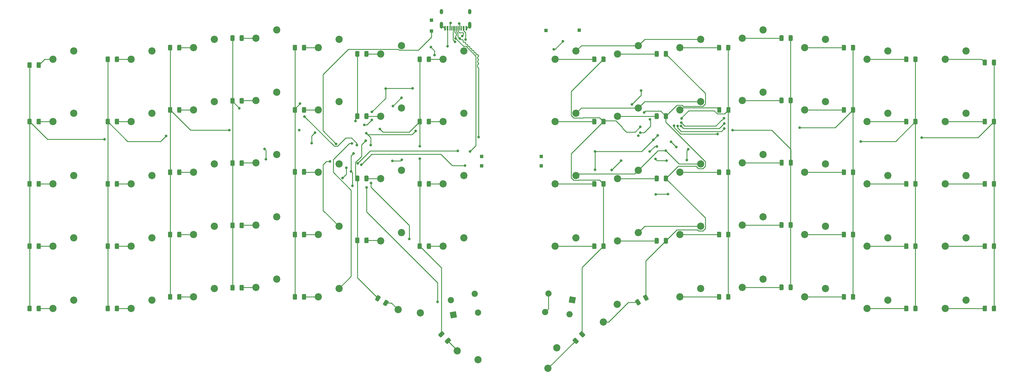
<source format=gbr>
%TF.GenerationSoftware,KiCad,Pcbnew,(5.1.10)-1*%
%TF.CreationDate,2021-09-03T09:57:26+02:00*%
%TF.ProjectId,T1,54312e6b-6963-4616-945f-706362585858,1.1*%
%TF.SameCoordinates,Original*%
%TF.FileFunction,Copper,L1,Top*%
%TF.FilePolarity,Positive*%
%FSLAX46Y46*%
G04 Gerber Fmt 4.6, Leading zero omitted, Abs format (unit mm)*
G04 Created by KiCad (PCBNEW (5.1.10)-1) date 2021-09-03 09:57:26*
%MOMM*%
%LPD*%
G01*
G04 APERTURE LIST*
%TA.AperFunction,ComponentPad*%
%ADD10C,2.200000*%
%TD*%
%TA.AperFunction,ComponentPad*%
%ADD11R,1.000000X1.000000*%
%TD*%
%TA.AperFunction,SMDPad,CuDef*%
%ADD12R,0.600000X1.450000*%
%TD*%
%TA.AperFunction,SMDPad,CuDef*%
%ADD13R,0.300000X1.450000*%
%TD*%
%TA.AperFunction,ComponentPad*%
%ADD14O,1.000000X2.100000*%
%TD*%
%TA.AperFunction,ComponentPad*%
%ADD15O,1.000000X1.600000*%
%TD*%
%TA.AperFunction,ComponentPad*%
%ADD16C,1.900000*%
%TD*%
%TA.AperFunction,ComponentPad*%
%ADD17C,0.100000*%
%TD*%
%TA.AperFunction,ViaPad*%
%ADD18C,0.800000*%
%TD*%
%TA.AperFunction,Conductor*%
%ADD19C,0.250000*%
%TD*%
G04 APERTURE END LIST*
D10*
%TO.P,SW21,2*%
%TO.N,Net-(D21-Pad2)*%
X90849750Y-44090750D03*
%TO.P,SW21,1*%
%TO.N,/leftButtonSheet/row1*%
X97199750Y-41550750D03*
%TD*%
D11*
%TO.P,D+,1*%
%TO.N,Net-(R3-Pad1)*%
X140792500Y-77333000D03*
%TD*%
%TO.P,D-,1*%
%TO.N,Net-(R2-Pad1)*%
X140792500Y-80254000D03*
%TD*%
D10*
%TO.P,SW45,2*%
%TO.N,Net-(D43-Pad2)*%
X182258000Y-84095750D03*
%TO.P,SW45,1*%
%TO.N,/rightButtonSheet/row3*%
X188608000Y-81555750D03*
%TD*%
%TO.P,SW43,2*%
%TO.N,Net-(D41-Pad2)*%
X182251650Y-45989400D03*
%TO.P,SW43,1*%
%TO.N,/rightButtonSheet/row1*%
X188601650Y-43449400D03*
%TD*%
%TO.P,SW26,2*%
%TO.N,Net-(D26-Pad2)*%
X109906100Y-45989400D03*
%TO.P,SW26,1*%
%TO.N,/leftButtonSheet/row1*%
X116256100Y-43449400D03*
%TD*%
%TO.P,SW16,2*%
%TO.N,Net-(D16-Pad2)*%
X71799750Y-41169750D03*
%TO.P,SW16,1*%
%TO.N,/leftButtonSheet/row1*%
X78149750Y-38629750D03*
%TD*%
%TO.P,SW72,2*%
%TO.N,Net-(D70-Pad2)*%
X282334000Y-123846750D03*
%TO.P,SW72,1*%
%TO.N,/rightButtonSheet/row5*%
X288684000Y-121306750D03*
%TD*%
%TO.P,SW71,2*%
%TO.N,Net-(D69-Pad2)*%
X282334000Y-104796750D03*
%TO.P,SW71,1*%
%TO.N,/rightButtonSheet/row4*%
X288684000Y-102256750D03*
%TD*%
%TO.P,SW70,2*%
%TO.N,Net-(D68-Pad2)*%
X282334000Y-85746750D03*
%TO.P,SW70,1*%
%TO.N,/rightButtonSheet/row3*%
X288684000Y-83206750D03*
%TD*%
%TO.P,SW69,2*%
%TO.N,Net-(D67-Pad2)*%
X282334000Y-66696750D03*
%TO.P,SW69,1*%
%TO.N,/rightButtonSheet/row2*%
X288684000Y-64156750D03*
%TD*%
%TO.P,SW68,2*%
%TO.N,Net-(D66-Pad2)*%
X282334000Y-47646750D03*
%TO.P,SW68,1*%
%TO.N,/rightButtonSheet/row1*%
X288684000Y-45106750D03*
%TD*%
%TO.P,SW67,2*%
%TO.N,Net-(D65-Pad2)*%
X258458000Y-123846750D03*
%TO.P,SW67,1*%
%TO.N,/rightButtonSheet/row5*%
X264808000Y-121306750D03*
%TD*%
%TO.P,SW66,2*%
%TO.N,Net-(D64-Pad2)*%
X258458000Y-104796750D03*
%TO.P,SW66,1*%
%TO.N,/rightButtonSheet/row4*%
X264808000Y-102256750D03*
%TD*%
%TO.P,SW65,2*%
%TO.N,Net-(D63-Pad2)*%
X258458000Y-85746750D03*
%TO.P,SW65,1*%
%TO.N,/rightButtonSheet/row3*%
X264808000Y-83206750D03*
%TD*%
%TO.P,SW64,2*%
%TO.N,Net-(D62-Pad2)*%
X258458000Y-66696750D03*
%TO.P,SW64,1*%
%TO.N,/rightButtonSheet/row2*%
X264808000Y-64156750D03*
%TD*%
%TO.P,SW63,2*%
%TO.N,Net-(D61-Pad2)*%
X258458000Y-47646750D03*
%TO.P,SW63,1*%
%TO.N,/rightButtonSheet/row1*%
X264808000Y-45106750D03*
%TD*%
%TO.P,SW62,2*%
%TO.N,Net-(D60-Pad2)*%
X239408000Y-120290750D03*
%TO.P,SW62,1*%
%TO.N,/rightButtonSheet/row5*%
X245758000Y-117750750D03*
%TD*%
%TO.P,SW61,2*%
%TO.N,Net-(D59-Pad2)*%
X239408000Y-101240750D03*
%TO.P,SW61,1*%
%TO.N,/rightButtonSheet/row4*%
X245758000Y-98700750D03*
%TD*%
%TO.P,SW60,2*%
%TO.N,Net-(D58-Pad2)*%
X239408000Y-82190750D03*
%TO.P,SW60,1*%
%TO.N,/rightButtonSheet/row3*%
X245758000Y-79650750D03*
%TD*%
%TO.P,SW59,2*%
%TO.N,Net-(D57-Pad2)*%
X239408000Y-63140750D03*
%TO.P,SW59,1*%
%TO.N,/rightButtonSheet/row2*%
X245758000Y-60600750D03*
%TD*%
%TO.P,SW58,2*%
%TO.N,Net-(D56-Pad2)*%
X239408000Y-44090750D03*
%TO.P,SW58,1*%
%TO.N,/rightButtonSheet/row1*%
X245758000Y-41550750D03*
%TD*%
%TO.P,SW57,2*%
%TO.N,Net-(D55-Pad2)*%
X220358000Y-117369750D03*
%TO.P,SW57,1*%
%TO.N,/rightButtonSheet/row5*%
X226708000Y-114829750D03*
%TD*%
%TO.P,SW56,2*%
%TO.N,Net-(D54-Pad2)*%
X220358000Y-98319750D03*
%TO.P,SW56,1*%
%TO.N,/rightButtonSheet/row4*%
X226708000Y-95779750D03*
%TD*%
%TO.P,SW55,2*%
%TO.N,Net-(D53-Pad2)*%
X220358000Y-79269750D03*
%TO.P,SW55,1*%
%TO.N,/rightButtonSheet/row3*%
X226708000Y-76729750D03*
%TD*%
%TO.P,SW54,2*%
%TO.N,Net-(D52-Pad2)*%
X220358000Y-60219750D03*
%TO.P,SW54,1*%
%TO.N,/rightButtonSheet/row2*%
X226708000Y-57679750D03*
%TD*%
%TO.P,SW53,2*%
%TO.N,Net-(D51-Pad2)*%
X220358000Y-41169750D03*
%TO.P,SW53,1*%
%TO.N,/rightButtonSheet/row1*%
X226708000Y-38629750D03*
%TD*%
%TO.P,SW52,2*%
%TO.N,Net-(D50-Pad2)*%
X201308000Y-120290750D03*
%TO.P,SW52,1*%
%TO.N,/rightButtonSheet/row5*%
X207658000Y-117750750D03*
%TD*%
%TO.P,SW51,2*%
%TO.N,Net-(D49-Pad2)*%
X201308000Y-101240750D03*
%TO.P,SW51,1*%
%TO.N,/rightButtonSheet/row4*%
X207658000Y-98700750D03*
%TD*%
%TO.P,SW50,2*%
%TO.N,Net-(D48-Pad2)*%
X201308000Y-82190750D03*
%TO.P,SW50,1*%
%TO.N,/rightButtonSheet/row3*%
X207658000Y-79650750D03*
%TD*%
%TO.P,SW49,2*%
%TO.N,Net-(D47-Pad2)*%
X201308000Y-63140750D03*
%TO.P,SW49,1*%
%TO.N,/rightButtonSheet/row2*%
X207658000Y-60600750D03*
%TD*%
%TO.P,SW48,2*%
%TO.N,Net-(D46-Pad2)*%
X201308000Y-44090750D03*
%TO.P,SW48,1*%
%TO.N,/rightButtonSheet/row1*%
X207658000Y-41550750D03*
%TD*%
%TO.P,SW47,2*%
%TO.N,Net-(D45-Pad2)*%
X177942444Y-127951455D03*
%TO.P,SW47,1*%
%TO.N,/rightButtonSheet/row5*%
X182171705Y-122576750D03*
%TD*%
%TO.P,SW46,2*%
%TO.N,Net-(D44-Pad2)*%
X182258000Y-103145750D03*
%TO.P,SW46,1*%
%TO.N,/rightButtonSheet/row4*%
X188608000Y-100605750D03*
%TD*%
%TO.P,SW44,2*%
%TO.N,Net-(D42-Pad2)*%
X182258000Y-65045750D03*
%TO.P,SW44,1*%
%TO.N,/rightButtonSheet/row2*%
X188608000Y-62505750D03*
%TD*%
%TO.P,SW42,2*%
%TO.N,Net-(D40-Pad2)*%
X161003872Y-142143775D03*
%TO.P,SW42,1*%
%TO.N,/rightButtonSheet/row5*%
X163697949Y-135857596D03*
%TD*%
%TO.P,SW41,2*%
%TO.N,Net-(D39-Pad2)*%
X163208000Y-104796750D03*
%TO.P,SW41,1*%
%TO.N,/rightButtonSheet/row4*%
X169558000Y-102256750D03*
%TD*%
%TO.P,SW40,2*%
%TO.N,Net-(D38-Pad2)*%
X163208000Y-85746750D03*
%TO.P,SW40,1*%
%TO.N,/rightButtonSheet/row3*%
X169558000Y-83206750D03*
%TD*%
%TO.P,SW39,2*%
%TO.N,Net-(D37-Pad2)*%
X163208000Y-66696750D03*
%TO.P,SW39,1*%
%TO.N,/rightButtonSheet/row2*%
X169558000Y-64156750D03*
%TD*%
%TO.P,SW38,2*%
%TO.N,Net-(D36-Pad2)*%
X163208000Y-47646750D03*
%TO.P,SW38,1*%
%TO.N,/rightButtonSheet/row1*%
X169558000Y-45106750D03*
%TD*%
%TO.P,D68,2*%
%TO.N,Net-(D68-Pad2)*%
%TA.AperFunction,SMDPad,CuDef*%
G36*
G01*
X295021000Y-85121750D02*
X295021000Y-86371750D01*
G75*
G02*
X294771000Y-86621750I-250000J0D01*
G01*
X294021000Y-86621750D01*
G75*
G02*
X293771000Y-86371750I0J250000D01*
G01*
X293771000Y-85121750D01*
G75*
G02*
X294021000Y-84871750I250000J0D01*
G01*
X294771000Y-84871750D01*
G75*
G02*
X295021000Y-85121750I0J-250000D01*
G01*
G37*
%TD.AperFunction*%
%TO.P,D68,1*%
%TO.N,/rightButtonSheet/column7*%
%TA.AperFunction,SMDPad,CuDef*%
G36*
G01*
X297821000Y-85121750D02*
X297821000Y-86371750D01*
G75*
G02*
X297571000Y-86621750I-250000J0D01*
G01*
X296821000Y-86621750D01*
G75*
G02*
X296571000Y-86371750I0J250000D01*
G01*
X296571000Y-85121750D01*
G75*
G02*
X296821000Y-84871750I250000J0D01*
G01*
X297571000Y-84871750D01*
G75*
G02*
X297821000Y-85121750I0J-250000D01*
G01*
G37*
%TD.AperFunction*%
%TD*%
%TO.P,D60,2*%
%TO.N,Net-(D60-Pad2)*%
%TA.AperFunction,SMDPad,CuDef*%
G36*
G01*
X251965000Y-119665750D02*
X251965000Y-120915750D01*
G75*
G02*
X251715000Y-121165750I-250000J0D01*
G01*
X250965000Y-121165750D01*
G75*
G02*
X250715000Y-120915750I0J250000D01*
G01*
X250715000Y-119665750D01*
G75*
G02*
X250965000Y-119415750I250000J0D01*
G01*
X251715000Y-119415750D01*
G75*
G02*
X251965000Y-119665750I0J-250000D01*
G01*
G37*
%TD.AperFunction*%
%TO.P,D60,1*%
%TO.N,/rightButtonSheet/column5*%
%TA.AperFunction,SMDPad,CuDef*%
G36*
G01*
X254765000Y-119665750D02*
X254765000Y-120915750D01*
G75*
G02*
X254515000Y-121165750I-250000J0D01*
G01*
X253765000Y-121165750D01*
G75*
G02*
X253515000Y-120915750I0J250000D01*
G01*
X253515000Y-119665750D01*
G75*
G02*
X253765000Y-119415750I250000J0D01*
G01*
X254515000Y-119415750D01*
G75*
G02*
X254765000Y-119665750I0J-250000D01*
G01*
G37*
%TD.AperFunction*%
%TD*%
%TO.P,D45,2*%
%TO.N,Net-(D45-Pad2)*%
%TA.AperFunction,SMDPad,CuDef*%
G36*
G01*
X188697894Y-121090984D02*
X189322894Y-122173516D01*
G75*
G02*
X189231388Y-122515022I-216506J-125000D01*
G01*
X188581868Y-122890022D01*
G75*
G02*
X188240362Y-122798516I-125000J216506D01*
G01*
X187615362Y-121715984D01*
G75*
G02*
X187706868Y-121374478I216506J125000D01*
G01*
X188356388Y-120999478D01*
G75*
G02*
X188697894Y-121090984I125000J-216506D01*
G01*
G37*
%TD.AperFunction*%
%TO.P,D45,1*%
%TO.N,/rightButtonSheet/column2*%
%TA.AperFunction,SMDPad,CuDef*%
G36*
G01*
X191122766Y-119690984D02*
X191747766Y-120773516D01*
G75*
G02*
X191656260Y-121115022I-216506J-125000D01*
G01*
X191006740Y-121490022D01*
G75*
G02*
X190665234Y-121398516I-125000J216506D01*
G01*
X190040234Y-120315984D01*
G75*
G02*
X190131740Y-119974478I216506J125000D01*
G01*
X190781260Y-119599478D01*
G75*
G02*
X191122766Y-119690984I125000J-216506D01*
G01*
G37*
%TD.AperFunction*%
%TD*%
D12*
%TO.P,J1,B1*%
%TO.N,GND*%
X129573250Y-38166250D03*
%TO.P,J1,A9*%
%TO.N,VCC*%
X130373250Y-38166250D03*
%TO.P,J1,B9*%
X135273250Y-38166250D03*
%TO.P,J1,B12*%
%TO.N,GND*%
X136073250Y-38166250D03*
%TO.P,J1,A1*%
X136073250Y-38166250D03*
%TO.P,J1,A4*%
%TO.N,VCC*%
X135273250Y-38166250D03*
%TO.P,J1,B4*%
X130373250Y-38166250D03*
%TO.P,J1,A12*%
%TO.N,GND*%
X129573250Y-38166250D03*
D13*
%TO.P,J1,B8*%
%TO.N,Net-(J1-PadB8)*%
X134573250Y-38166250D03*
%TO.P,J1,A5*%
%TO.N,Net-(J1-PadA5)*%
X134073250Y-38166250D03*
%TO.P,J1,B7*%
%TO.N,Net-(J1-PadA7)*%
X133573250Y-38166250D03*
%TO.P,J1,A7*%
X132573250Y-38166250D03*
%TO.P,J1,B6*%
%TO.N,Net-(J1-PadA6)*%
X132073250Y-38166250D03*
%TO.P,J1,A8*%
%TO.N,Net-(J1-PadA8)*%
X131573250Y-38166250D03*
%TO.P,J1,B5*%
%TO.N,Net-(J1-PadB5)*%
X131073250Y-38166250D03*
%TO.P,J1,A6*%
%TO.N,Net-(J1-PadA6)*%
X133073250Y-38166250D03*
D14*
%TO.P,J1,S1*%
%TO.N,GND*%
X128503250Y-37251250D03*
X137143250Y-37251250D03*
D15*
X137143250Y-33071250D03*
X128503250Y-33071250D03*
%TD*%
D10*
%TO.P,SW35,2*%
%TO.N,Net-(D35-Pad2)*%
X133331571Y-136773673D03*
%TO.P,SW35,1*%
%TO.N,/leftButtonSheet/row5*%
X139617750Y-139467750D03*
%TD*%
%TO.P,SW34,2*%
%TO.N,Net-(D34-Pad2)*%
X128949750Y-104796750D03*
%TO.P,SW34,1*%
%TO.N,/leftButtonSheet/row4*%
X135299750Y-102256750D03*
%TD*%
%TO.P,SW33,2*%
%TO.N,Net-(D33-Pad2)*%
X128949750Y-85746750D03*
%TO.P,SW33,1*%
%TO.N,/leftButtonSheet/row3*%
X135299750Y-83206750D03*
%TD*%
%TO.P,SW32,2*%
%TO.N,Net-(D32-Pad2)*%
X128949750Y-66696750D03*
%TO.P,SW32,1*%
%TO.N,/leftButtonSheet/row2*%
X135299750Y-64156750D03*
%TD*%
%TO.P,SW31,2*%
%TO.N,Net-(D31-Pad2)*%
X128949750Y-47646750D03*
%TO.P,SW31,1*%
%TO.N,/leftButtonSheet/row1*%
X135299750Y-45106750D03*
%TD*%
%TO.P,SW30,2*%
%TO.N,Net-(D30-Pad2)*%
X115236194Y-124187046D03*
%TO.P,SW30,1*%
%TO.N,/leftButtonSheet/row5*%
X122005455Y-125162341D03*
%TD*%
%TO.P,SW29,2*%
%TO.N,Net-(D29-Pad2)*%
X109899750Y-103145750D03*
%TO.P,SW29,1*%
%TO.N,/leftButtonSheet/row4*%
X116249750Y-100605750D03*
%TD*%
%TO.P,SW28,2*%
%TO.N,Net-(D28-Pad2)*%
X109899750Y-84095750D03*
%TO.P,SW28,1*%
%TO.N,/leftButtonSheet/row3*%
X116249750Y-81555750D03*
%TD*%
%TO.P,SW27,2*%
%TO.N,Net-(D27-Pad2)*%
X109899750Y-65045750D03*
%TO.P,SW27,1*%
%TO.N,/leftButtonSheet/row2*%
X116249750Y-62505750D03*
%TD*%
%TO.P,SW25,2*%
%TO.N,Net-(D25-Pad2)*%
X90849750Y-120290750D03*
%TO.P,SW25,1*%
%TO.N,/leftButtonSheet/row5*%
X97199750Y-117750750D03*
%TD*%
%TO.P,SW24,2*%
%TO.N,Net-(D24-Pad2)*%
X90849750Y-101240750D03*
%TO.P,SW24,1*%
%TO.N,/leftButtonSheet/row4*%
X97199750Y-98700750D03*
%TD*%
%TO.P,SW23,2*%
%TO.N,Net-(D23-Pad2)*%
X90849750Y-82190750D03*
%TO.P,SW23,1*%
%TO.N,/leftButtonSheet/row3*%
X97199750Y-79650750D03*
%TD*%
%TO.P,SW22,2*%
%TO.N,Net-(D22-Pad2)*%
X90849750Y-63140750D03*
%TO.P,SW22,1*%
%TO.N,/leftButtonSheet/row2*%
X97199750Y-60600750D03*
%TD*%
%TO.P,SW20,2*%
%TO.N,Net-(D20-Pad2)*%
X71799750Y-117369750D03*
%TO.P,SW20,1*%
%TO.N,/leftButtonSheet/row5*%
X78149750Y-114829750D03*
%TD*%
%TO.P,SW19,2*%
%TO.N,Net-(D19-Pad2)*%
X71799750Y-98319750D03*
%TO.P,SW19,1*%
%TO.N,/leftButtonSheet/row4*%
X78149750Y-95779750D03*
%TD*%
%TO.P,SW18,2*%
%TO.N,Net-(D18-Pad2)*%
X71799750Y-79269750D03*
%TO.P,SW18,1*%
%TO.N,/leftButtonSheet/row3*%
X78149750Y-76729750D03*
%TD*%
%TO.P,SW17,2*%
%TO.N,Net-(D17-Pad2)*%
X71799750Y-60219750D03*
%TO.P,SW17,1*%
%TO.N,/leftButtonSheet/row2*%
X78149750Y-57679750D03*
%TD*%
%TO.P,SW15,2*%
%TO.N,Net-(D15-Pad2)*%
X52749750Y-120290750D03*
%TO.P,SW15,1*%
%TO.N,/leftButtonSheet/row5*%
X59099750Y-117750750D03*
%TD*%
%TO.P,SW14,2*%
%TO.N,Net-(D14-Pad2)*%
X52749750Y-101240750D03*
%TO.P,SW14,1*%
%TO.N,/leftButtonSheet/row4*%
X59099750Y-98700750D03*
%TD*%
%TO.P,SW13,2*%
%TO.N,Net-(D13-Pad2)*%
X52749750Y-82190750D03*
%TO.P,SW13,1*%
%TO.N,/leftButtonSheet/row3*%
X59099750Y-79650750D03*
%TD*%
%TO.P,SW12,2*%
%TO.N,Net-(D12-Pad2)*%
X52749750Y-63140750D03*
%TO.P,SW12,1*%
%TO.N,/leftButtonSheet/row2*%
X59099750Y-60600750D03*
%TD*%
%TO.P,SW11,2*%
%TO.N,Net-(D11-Pad2)*%
X52749750Y-44090750D03*
%TO.P,SW11,1*%
%TO.N,/leftButtonSheet/row1*%
X59099750Y-41550750D03*
%TD*%
%TO.P,SW10,2*%
%TO.N,Net-(D10-Pad2)*%
X33699750Y-123846750D03*
%TO.P,SW10,1*%
%TO.N,/leftButtonSheet/row5*%
X40049750Y-121306750D03*
%TD*%
%TO.P,SW9,2*%
%TO.N,Net-(D9-Pad2)*%
X33699750Y-104796750D03*
%TO.P,SW9,1*%
%TO.N,/leftButtonSheet/row4*%
X40049750Y-102256750D03*
%TD*%
%TO.P,SW8,2*%
%TO.N,Net-(D8-Pad2)*%
X33699750Y-85746750D03*
%TO.P,SW8,1*%
%TO.N,/leftButtonSheet/row3*%
X40049750Y-83206750D03*
%TD*%
%TO.P,SW7,2*%
%TO.N,Net-(D7-Pad2)*%
X33699750Y-66696750D03*
%TO.P,SW7,1*%
%TO.N,/leftButtonSheet/row2*%
X40049750Y-64156750D03*
%TD*%
%TO.P,SW6,2*%
%TO.N,Net-(D6-Pad2)*%
X33699750Y-47646750D03*
%TO.P,SW6,1*%
%TO.N,/leftButtonSheet/row1*%
X40049750Y-45106750D03*
%TD*%
%TO.P,SW5,2*%
%TO.N,Net-(D5-Pad2)*%
X9823750Y-123846750D03*
%TO.P,SW5,1*%
%TO.N,/leftButtonSheet/row5*%
X16173750Y-121306750D03*
%TD*%
%TO.P,SW4,2*%
%TO.N,Net-(D4-Pad2)*%
X9823750Y-104796750D03*
%TO.P,SW4,1*%
%TO.N,/leftButtonSheet/row4*%
X16173750Y-102256750D03*
%TD*%
%TO.P,SW3,2*%
%TO.N,Net-(D3-Pad2)*%
X9823750Y-85746750D03*
%TO.P,SW3,1*%
%TO.N,/leftButtonSheet/row3*%
X16173750Y-83206750D03*
%TD*%
%TO.P,SW2,2*%
%TO.N,Net-(D2-Pad2)*%
X9823750Y-66696750D03*
%TO.P,SW2,1*%
%TO.N,/leftButtonSheet/row2*%
X16173750Y-64156750D03*
%TD*%
%TO.P,SW1,2*%
%TO.N,Net-(D1-Pad2)*%
X9823750Y-47646750D03*
%TO.P,SW1,1*%
%TO.N,/leftButtonSheet/row1*%
X16173750Y-45106750D03*
%TD*%
D16*
%TO.P,J3,S*%
%TO.N,Net-(C10-Pad2)*%
X167627179Y-125635531D03*
%TA.AperFunction,ComponentPad*%
D17*
%TO.P,J3,R*%
%TO.N,Net-(J3-PadR)*%
G36*
X167308063Y-121974498D02*
G01*
X167637994Y-120103363D01*
X169509129Y-120433294D01*
X169179198Y-122304429D01*
X167308063Y-121974498D01*
G37*
%TD.AperFunction*%
D16*
%TO.P,J3,T*%
%TO.N,Net-(C12-Pad2)*%
X160128250Y-124973294D03*
X161135409Y-119261409D03*
%TD*%
%TO.P,J2,S*%
%TO.N,GND*%
X131333541Y-121330896D03*
%TA.AperFunction,ComponentPad*%
D17*
%TO.P,J2,R*%
%TO.N,Net-(J2-PadR)*%
G36*
X132885560Y-124661998D02*
G01*
X133215491Y-126533133D01*
X131344356Y-126863064D01*
X131014425Y-124991929D01*
X132885560Y-124661998D01*
G37*
%TD.AperFunction*%
D16*
%TO.P,J2,T*%
%TO.N,VCC*%
X138606728Y-119388409D03*
X139613887Y-125100294D03*
%TD*%
%TO.P,D70,2*%
%TO.N,Net-(D70-Pad2)*%
%TA.AperFunction,SMDPad,CuDef*%
G36*
G01*
X295021000Y-123221750D02*
X295021000Y-124471750D01*
G75*
G02*
X294771000Y-124721750I-250000J0D01*
G01*
X294021000Y-124721750D01*
G75*
G02*
X293771000Y-124471750I0J250000D01*
G01*
X293771000Y-123221750D01*
G75*
G02*
X294021000Y-122971750I250000J0D01*
G01*
X294771000Y-122971750D01*
G75*
G02*
X295021000Y-123221750I0J-250000D01*
G01*
G37*
%TD.AperFunction*%
%TO.P,D70,1*%
%TO.N,/rightButtonSheet/column7*%
%TA.AperFunction,SMDPad,CuDef*%
G36*
G01*
X297821000Y-123221750D02*
X297821000Y-124471750D01*
G75*
G02*
X297571000Y-124721750I-250000J0D01*
G01*
X296821000Y-124721750D01*
G75*
G02*
X296571000Y-124471750I0J250000D01*
G01*
X296571000Y-123221750D01*
G75*
G02*
X296821000Y-122971750I250000J0D01*
G01*
X297571000Y-122971750D01*
G75*
G02*
X297821000Y-123221750I0J-250000D01*
G01*
G37*
%TD.AperFunction*%
%TD*%
%TO.P,D69,2*%
%TO.N,Net-(D69-Pad2)*%
%TA.AperFunction,SMDPad,CuDef*%
G36*
G01*
X295021000Y-104171750D02*
X295021000Y-105421750D01*
G75*
G02*
X294771000Y-105671750I-250000J0D01*
G01*
X294021000Y-105671750D01*
G75*
G02*
X293771000Y-105421750I0J250000D01*
G01*
X293771000Y-104171750D01*
G75*
G02*
X294021000Y-103921750I250000J0D01*
G01*
X294771000Y-103921750D01*
G75*
G02*
X295021000Y-104171750I0J-250000D01*
G01*
G37*
%TD.AperFunction*%
%TO.P,D69,1*%
%TO.N,/rightButtonSheet/column7*%
%TA.AperFunction,SMDPad,CuDef*%
G36*
G01*
X297821000Y-104171750D02*
X297821000Y-105421750D01*
G75*
G02*
X297571000Y-105671750I-250000J0D01*
G01*
X296821000Y-105671750D01*
G75*
G02*
X296571000Y-105421750I0J250000D01*
G01*
X296571000Y-104171750D01*
G75*
G02*
X296821000Y-103921750I250000J0D01*
G01*
X297571000Y-103921750D01*
G75*
G02*
X297821000Y-104171750I0J-250000D01*
G01*
G37*
%TD.AperFunction*%
%TD*%
%TO.P,D67,2*%
%TO.N,Net-(D67-Pad2)*%
%TA.AperFunction,SMDPad,CuDef*%
G36*
G01*
X295021000Y-66071750D02*
X295021000Y-67321750D01*
G75*
G02*
X294771000Y-67571750I-250000J0D01*
G01*
X294021000Y-67571750D01*
G75*
G02*
X293771000Y-67321750I0J250000D01*
G01*
X293771000Y-66071750D01*
G75*
G02*
X294021000Y-65821750I250000J0D01*
G01*
X294771000Y-65821750D01*
G75*
G02*
X295021000Y-66071750I0J-250000D01*
G01*
G37*
%TD.AperFunction*%
%TO.P,D67,1*%
%TO.N,/rightButtonSheet/column7*%
%TA.AperFunction,SMDPad,CuDef*%
G36*
G01*
X297821000Y-66071750D02*
X297821000Y-67321750D01*
G75*
G02*
X297571000Y-67571750I-250000J0D01*
G01*
X296821000Y-67571750D01*
G75*
G02*
X296571000Y-67321750I0J250000D01*
G01*
X296571000Y-66071750D01*
G75*
G02*
X296821000Y-65821750I250000J0D01*
G01*
X297571000Y-65821750D01*
G75*
G02*
X297821000Y-66071750I0J-250000D01*
G01*
G37*
%TD.AperFunction*%
%TD*%
%TO.P,D66,2*%
%TO.N,Net-(D66-Pad2)*%
%TA.AperFunction,SMDPad,CuDef*%
G36*
G01*
X295021000Y-48006000D02*
X295021000Y-49256000D01*
G75*
G02*
X294771000Y-49506000I-250000J0D01*
G01*
X294021000Y-49506000D01*
G75*
G02*
X293771000Y-49256000I0J250000D01*
G01*
X293771000Y-48006000D01*
G75*
G02*
X294021000Y-47756000I250000J0D01*
G01*
X294771000Y-47756000D01*
G75*
G02*
X295021000Y-48006000I0J-250000D01*
G01*
G37*
%TD.AperFunction*%
%TO.P,D66,1*%
%TO.N,/rightButtonSheet/column7*%
%TA.AperFunction,SMDPad,CuDef*%
G36*
G01*
X297821000Y-48006000D02*
X297821000Y-49256000D01*
G75*
G02*
X297571000Y-49506000I-250000J0D01*
G01*
X296821000Y-49506000D01*
G75*
G02*
X296571000Y-49256000I0J250000D01*
G01*
X296571000Y-48006000D01*
G75*
G02*
X296821000Y-47756000I250000J0D01*
G01*
X297571000Y-47756000D01*
G75*
G02*
X297821000Y-48006000I0J-250000D01*
G01*
G37*
%TD.AperFunction*%
%TD*%
%TO.P,D65,2*%
%TO.N,Net-(D65-Pad2)*%
%TA.AperFunction,SMDPad,CuDef*%
G36*
G01*
X271018000Y-123221750D02*
X271018000Y-124471750D01*
G75*
G02*
X270768000Y-124721750I-250000J0D01*
G01*
X270018000Y-124721750D01*
G75*
G02*
X269768000Y-124471750I0J250000D01*
G01*
X269768000Y-123221750D01*
G75*
G02*
X270018000Y-122971750I250000J0D01*
G01*
X270768000Y-122971750D01*
G75*
G02*
X271018000Y-123221750I0J-250000D01*
G01*
G37*
%TD.AperFunction*%
%TO.P,D65,1*%
%TO.N,/rightButtonSheet/column6*%
%TA.AperFunction,SMDPad,CuDef*%
G36*
G01*
X273818000Y-123221750D02*
X273818000Y-124471750D01*
G75*
G02*
X273568000Y-124721750I-250000J0D01*
G01*
X272818000Y-124721750D01*
G75*
G02*
X272568000Y-124471750I0J250000D01*
G01*
X272568000Y-123221750D01*
G75*
G02*
X272818000Y-122971750I250000J0D01*
G01*
X273568000Y-122971750D01*
G75*
G02*
X273818000Y-123221750I0J-250000D01*
G01*
G37*
%TD.AperFunction*%
%TD*%
%TO.P,D64,2*%
%TO.N,Net-(D64-Pad2)*%
%TA.AperFunction,SMDPad,CuDef*%
G36*
G01*
X271018000Y-104171750D02*
X271018000Y-105421750D01*
G75*
G02*
X270768000Y-105671750I-250000J0D01*
G01*
X270018000Y-105671750D01*
G75*
G02*
X269768000Y-105421750I0J250000D01*
G01*
X269768000Y-104171750D01*
G75*
G02*
X270018000Y-103921750I250000J0D01*
G01*
X270768000Y-103921750D01*
G75*
G02*
X271018000Y-104171750I0J-250000D01*
G01*
G37*
%TD.AperFunction*%
%TO.P,D64,1*%
%TO.N,/rightButtonSheet/column6*%
%TA.AperFunction,SMDPad,CuDef*%
G36*
G01*
X273818000Y-104171750D02*
X273818000Y-105421750D01*
G75*
G02*
X273568000Y-105671750I-250000J0D01*
G01*
X272818000Y-105671750D01*
G75*
G02*
X272568000Y-105421750I0J250000D01*
G01*
X272568000Y-104171750D01*
G75*
G02*
X272818000Y-103921750I250000J0D01*
G01*
X273568000Y-103921750D01*
G75*
G02*
X273818000Y-104171750I0J-250000D01*
G01*
G37*
%TD.AperFunction*%
%TD*%
%TO.P,D63,2*%
%TO.N,Net-(D63-Pad2)*%
%TA.AperFunction,SMDPad,CuDef*%
G36*
G01*
X271015000Y-85121750D02*
X271015000Y-86371750D01*
G75*
G02*
X270765000Y-86621750I-250000J0D01*
G01*
X270015000Y-86621750D01*
G75*
G02*
X269765000Y-86371750I0J250000D01*
G01*
X269765000Y-85121750D01*
G75*
G02*
X270015000Y-84871750I250000J0D01*
G01*
X270765000Y-84871750D01*
G75*
G02*
X271015000Y-85121750I0J-250000D01*
G01*
G37*
%TD.AperFunction*%
%TO.P,D63,1*%
%TO.N,/rightButtonSheet/column6*%
%TA.AperFunction,SMDPad,CuDef*%
G36*
G01*
X273815000Y-85121750D02*
X273815000Y-86371750D01*
G75*
G02*
X273565000Y-86621750I-250000J0D01*
G01*
X272815000Y-86621750D01*
G75*
G02*
X272565000Y-86371750I0J250000D01*
G01*
X272565000Y-85121750D01*
G75*
G02*
X272815000Y-84871750I250000J0D01*
G01*
X273565000Y-84871750D01*
G75*
G02*
X273815000Y-85121750I0J-250000D01*
G01*
G37*
%TD.AperFunction*%
%TD*%
%TO.P,D62,2*%
%TO.N,Net-(D62-Pad2)*%
%TA.AperFunction,SMDPad,CuDef*%
G36*
G01*
X271018000Y-66071750D02*
X271018000Y-67321750D01*
G75*
G02*
X270768000Y-67571750I-250000J0D01*
G01*
X270018000Y-67571750D01*
G75*
G02*
X269768000Y-67321750I0J250000D01*
G01*
X269768000Y-66071750D01*
G75*
G02*
X270018000Y-65821750I250000J0D01*
G01*
X270768000Y-65821750D01*
G75*
G02*
X271018000Y-66071750I0J-250000D01*
G01*
G37*
%TD.AperFunction*%
%TO.P,D62,1*%
%TO.N,/rightButtonSheet/column6*%
%TA.AperFunction,SMDPad,CuDef*%
G36*
G01*
X273818000Y-66071750D02*
X273818000Y-67321750D01*
G75*
G02*
X273568000Y-67571750I-250000J0D01*
G01*
X272818000Y-67571750D01*
G75*
G02*
X272568000Y-67321750I0J250000D01*
G01*
X272568000Y-66071750D01*
G75*
G02*
X272818000Y-65821750I250000J0D01*
G01*
X273568000Y-65821750D01*
G75*
G02*
X273818000Y-66071750I0J-250000D01*
G01*
G37*
%TD.AperFunction*%
%TD*%
%TO.P,D61,2*%
%TO.N,Net-(D61-Pad2)*%
%TA.AperFunction,SMDPad,CuDef*%
G36*
G01*
X271018000Y-47021750D02*
X271018000Y-48271750D01*
G75*
G02*
X270768000Y-48521750I-250000J0D01*
G01*
X270018000Y-48521750D01*
G75*
G02*
X269768000Y-48271750I0J250000D01*
G01*
X269768000Y-47021750D01*
G75*
G02*
X270018000Y-46771750I250000J0D01*
G01*
X270768000Y-46771750D01*
G75*
G02*
X271018000Y-47021750I0J-250000D01*
G01*
G37*
%TD.AperFunction*%
%TO.P,D61,1*%
%TO.N,/rightButtonSheet/column6*%
%TA.AperFunction,SMDPad,CuDef*%
G36*
G01*
X273818000Y-47021750D02*
X273818000Y-48271750D01*
G75*
G02*
X273568000Y-48521750I-250000J0D01*
G01*
X272818000Y-48521750D01*
G75*
G02*
X272568000Y-48271750I0J250000D01*
G01*
X272568000Y-47021750D01*
G75*
G02*
X272818000Y-46771750I250000J0D01*
G01*
X273568000Y-46771750D01*
G75*
G02*
X273818000Y-47021750I0J-250000D01*
G01*
G37*
%TD.AperFunction*%
%TD*%
%TO.P,D59,2*%
%TO.N,Net-(D59-Pad2)*%
%TA.AperFunction,SMDPad,CuDef*%
G36*
G01*
X251968000Y-100615750D02*
X251968000Y-101865750D01*
G75*
G02*
X251718000Y-102115750I-250000J0D01*
G01*
X250968000Y-102115750D01*
G75*
G02*
X250718000Y-101865750I0J250000D01*
G01*
X250718000Y-100615750D01*
G75*
G02*
X250968000Y-100365750I250000J0D01*
G01*
X251718000Y-100365750D01*
G75*
G02*
X251968000Y-100615750I0J-250000D01*
G01*
G37*
%TD.AperFunction*%
%TO.P,D59,1*%
%TO.N,/rightButtonSheet/column5*%
%TA.AperFunction,SMDPad,CuDef*%
G36*
G01*
X254768000Y-100615750D02*
X254768000Y-101865750D01*
G75*
G02*
X254518000Y-102115750I-250000J0D01*
G01*
X253768000Y-102115750D01*
G75*
G02*
X253518000Y-101865750I0J250000D01*
G01*
X253518000Y-100615750D01*
G75*
G02*
X253768000Y-100365750I250000J0D01*
G01*
X254518000Y-100365750D01*
G75*
G02*
X254768000Y-100615750I0J-250000D01*
G01*
G37*
%TD.AperFunction*%
%TD*%
%TO.P,D58,2*%
%TO.N,Net-(D58-Pad2)*%
%TA.AperFunction,SMDPad,CuDef*%
G36*
G01*
X251968000Y-81565750D02*
X251968000Y-82815750D01*
G75*
G02*
X251718000Y-83065750I-250000J0D01*
G01*
X250968000Y-83065750D01*
G75*
G02*
X250718000Y-82815750I0J250000D01*
G01*
X250718000Y-81565750D01*
G75*
G02*
X250968000Y-81315750I250000J0D01*
G01*
X251718000Y-81315750D01*
G75*
G02*
X251968000Y-81565750I0J-250000D01*
G01*
G37*
%TD.AperFunction*%
%TO.P,D58,1*%
%TO.N,/rightButtonSheet/column5*%
%TA.AperFunction,SMDPad,CuDef*%
G36*
G01*
X254768000Y-81565750D02*
X254768000Y-82815750D01*
G75*
G02*
X254518000Y-83065750I-250000J0D01*
G01*
X253768000Y-83065750D01*
G75*
G02*
X253518000Y-82815750I0J250000D01*
G01*
X253518000Y-81565750D01*
G75*
G02*
X253768000Y-81315750I250000J0D01*
G01*
X254518000Y-81315750D01*
G75*
G02*
X254768000Y-81565750I0J-250000D01*
G01*
G37*
%TD.AperFunction*%
%TD*%
%TO.P,D57,2*%
%TO.N,Net-(D57-Pad2)*%
%TA.AperFunction,SMDPad,CuDef*%
G36*
G01*
X251968000Y-62515750D02*
X251968000Y-63765750D01*
G75*
G02*
X251718000Y-64015750I-250000J0D01*
G01*
X250968000Y-64015750D01*
G75*
G02*
X250718000Y-63765750I0J250000D01*
G01*
X250718000Y-62515750D01*
G75*
G02*
X250968000Y-62265750I250000J0D01*
G01*
X251718000Y-62265750D01*
G75*
G02*
X251968000Y-62515750I0J-250000D01*
G01*
G37*
%TD.AperFunction*%
%TO.P,D57,1*%
%TO.N,/rightButtonSheet/column5*%
%TA.AperFunction,SMDPad,CuDef*%
G36*
G01*
X254768000Y-62515750D02*
X254768000Y-63765750D01*
G75*
G02*
X254518000Y-64015750I-250000J0D01*
G01*
X253768000Y-64015750D01*
G75*
G02*
X253518000Y-63765750I0J250000D01*
G01*
X253518000Y-62515750D01*
G75*
G02*
X253768000Y-62265750I250000J0D01*
G01*
X254518000Y-62265750D01*
G75*
G02*
X254768000Y-62515750I0J-250000D01*
G01*
G37*
%TD.AperFunction*%
%TD*%
%TO.P,D56,2*%
%TO.N,Net-(D56-Pad2)*%
%TA.AperFunction,SMDPad,CuDef*%
G36*
G01*
X251968000Y-43465750D02*
X251968000Y-44715750D01*
G75*
G02*
X251718000Y-44965750I-250000J0D01*
G01*
X250968000Y-44965750D01*
G75*
G02*
X250718000Y-44715750I0J250000D01*
G01*
X250718000Y-43465750D01*
G75*
G02*
X250968000Y-43215750I250000J0D01*
G01*
X251718000Y-43215750D01*
G75*
G02*
X251968000Y-43465750I0J-250000D01*
G01*
G37*
%TD.AperFunction*%
%TO.P,D56,1*%
%TO.N,/rightButtonSheet/column5*%
%TA.AperFunction,SMDPad,CuDef*%
G36*
G01*
X254768000Y-43465750D02*
X254768000Y-44715750D01*
G75*
G02*
X254518000Y-44965750I-250000J0D01*
G01*
X253768000Y-44965750D01*
G75*
G02*
X253518000Y-44715750I0J250000D01*
G01*
X253518000Y-43465750D01*
G75*
G02*
X253768000Y-43215750I250000J0D01*
G01*
X254518000Y-43215750D01*
G75*
G02*
X254768000Y-43465750I0J-250000D01*
G01*
G37*
%TD.AperFunction*%
%TD*%
%TO.P,D55,2*%
%TO.N,Net-(D55-Pad2)*%
%TA.AperFunction,SMDPad,CuDef*%
G36*
G01*
X232918000Y-116744750D02*
X232918000Y-117994750D01*
G75*
G02*
X232668000Y-118244750I-250000J0D01*
G01*
X231918000Y-118244750D01*
G75*
G02*
X231668000Y-117994750I0J250000D01*
G01*
X231668000Y-116744750D01*
G75*
G02*
X231918000Y-116494750I250000J0D01*
G01*
X232668000Y-116494750D01*
G75*
G02*
X232918000Y-116744750I0J-250000D01*
G01*
G37*
%TD.AperFunction*%
%TO.P,D55,1*%
%TO.N,/rightButtonSheet/column4*%
%TA.AperFunction,SMDPad,CuDef*%
G36*
G01*
X235718000Y-116744750D02*
X235718000Y-117994750D01*
G75*
G02*
X235468000Y-118244750I-250000J0D01*
G01*
X234718000Y-118244750D01*
G75*
G02*
X234468000Y-117994750I0J250000D01*
G01*
X234468000Y-116744750D01*
G75*
G02*
X234718000Y-116494750I250000J0D01*
G01*
X235468000Y-116494750D01*
G75*
G02*
X235718000Y-116744750I0J-250000D01*
G01*
G37*
%TD.AperFunction*%
%TD*%
%TO.P,D54,2*%
%TO.N,Net-(D54-Pad2)*%
%TA.AperFunction,SMDPad,CuDef*%
G36*
G01*
X232918000Y-97694750D02*
X232918000Y-98944750D01*
G75*
G02*
X232668000Y-99194750I-250000J0D01*
G01*
X231918000Y-99194750D01*
G75*
G02*
X231668000Y-98944750I0J250000D01*
G01*
X231668000Y-97694750D01*
G75*
G02*
X231918000Y-97444750I250000J0D01*
G01*
X232668000Y-97444750D01*
G75*
G02*
X232918000Y-97694750I0J-250000D01*
G01*
G37*
%TD.AperFunction*%
%TO.P,D54,1*%
%TO.N,/rightButtonSheet/column4*%
%TA.AperFunction,SMDPad,CuDef*%
G36*
G01*
X235718000Y-97694750D02*
X235718000Y-98944750D01*
G75*
G02*
X235468000Y-99194750I-250000J0D01*
G01*
X234718000Y-99194750D01*
G75*
G02*
X234468000Y-98944750I0J250000D01*
G01*
X234468000Y-97694750D01*
G75*
G02*
X234718000Y-97444750I250000J0D01*
G01*
X235468000Y-97444750D01*
G75*
G02*
X235718000Y-97694750I0J-250000D01*
G01*
G37*
%TD.AperFunction*%
%TD*%
%TO.P,D53,2*%
%TO.N,Net-(D53-Pad2)*%
%TA.AperFunction,SMDPad,CuDef*%
G36*
G01*
X232978500Y-78644750D02*
X232978500Y-79894750D01*
G75*
G02*
X232728500Y-80144750I-250000J0D01*
G01*
X231978500Y-80144750D01*
G75*
G02*
X231728500Y-79894750I0J250000D01*
G01*
X231728500Y-78644750D01*
G75*
G02*
X231978500Y-78394750I250000J0D01*
G01*
X232728500Y-78394750D01*
G75*
G02*
X232978500Y-78644750I0J-250000D01*
G01*
G37*
%TD.AperFunction*%
%TO.P,D53,1*%
%TO.N,/rightButtonSheet/column4*%
%TA.AperFunction,SMDPad,CuDef*%
G36*
G01*
X235778500Y-78644750D02*
X235778500Y-79894750D01*
G75*
G02*
X235528500Y-80144750I-250000J0D01*
G01*
X234778500Y-80144750D01*
G75*
G02*
X234528500Y-79894750I0J250000D01*
G01*
X234528500Y-78644750D01*
G75*
G02*
X234778500Y-78394750I250000J0D01*
G01*
X235528500Y-78394750D01*
G75*
G02*
X235778500Y-78644750I0J-250000D01*
G01*
G37*
%TD.AperFunction*%
%TD*%
%TO.P,D52,2*%
%TO.N,Net-(D52-Pad2)*%
%TA.AperFunction,SMDPad,CuDef*%
G36*
G01*
X232918000Y-59594750D02*
X232918000Y-60844750D01*
G75*
G02*
X232668000Y-61094750I-250000J0D01*
G01*
X231918000Y-61094750D01*
G75*
G02*
X231668000Y-60844750I0J250000D01*
G01*
X231668000Y-59594750D01*
G75*
G02*
X231918000Y-59344750I250000J0D01*
G01*
X232668000Y-59344750D01*
G75*
G02*
X232918000Y-59594750I0J-250000D01*
G01*
G37*
%TD.AperFunction*%
%TO.P,D52,1*%
%TO.N,/rightButtonSheet/column4*%
%TA.AperFunction,SMDPad,CuDef*%
G36*
G01*
X235718000Y-59594750D02*
X235718000Y-60844750D01*
G75*
G02*
X235468000Y-61094750I-250000J0D01*
G01*
X234718000Y-61094750D01*
G75*
G02*
X234468000Y-60844750I0J250000D01*
G01*
X234468000Y-59594750D01*
G75*
G02*
X234718000Y-59344750I250000J0D01*
G01*
X235468000Y-59344750D01*
G75*
G02*
X235718000Y-59594750I0J-250000D01*
G01*
G37*
%TD.AperFunction*%
%TD*%
%TO.P,D51,2*%
%TO.N,Net-(D51-Pad2)*%
%TA.AperFunction,SMDPad,CuDef*%
G36*
G01*
X232915000Y-40544750D02*
X232915000Y-41794750D01*
G75*
G02*
X232665000Y-42044750I-250000J0D01*
G01*
X231915000Y-42044750D01*
G75*
G02*
X231665000Y-41794750I0J250000D01*
G01*
X231665000Y-40544750D01*
G75*
G02*
X231915000Y-40294750I250000J0D01*
G01*
X232665000Y-40294750D01*
G75*
G02*
X232915000Y-40544750I0J-250000D01*
G01*
G37*
%TD.AperFunction*%
%TO.P,D51,1*%
%TO.N,/rightButtonSheet/column4*%
%TA.AperFunction,SMDPad,CuDef*%
G36*
G01*
X235715000Y-40544750D02*
X235715000Y-41794750D01*
G75*
G02*
X235465000Y-42044750I-250000J0D01*
G01*
X234715000Y-42044750D01*
G75*
G02*
X234465000Y-41794750I0J250000D01*
G01*
X234465000Y-40544750D01*
G75*
G02*
X234715000Y-40294750I250000J0D01*
G01*
X235465000Y-40294750D01*
G75*
G02*
X235715000Y-40544750I0J-250000D01*
G01*
G37*
%TD.AperFunction*%
%TD*%
%TO.P,D50,2*%
%TO.N,Net-(D50-Pad2)*%
%TA.AperFunction,SMDPad,CuDef*%
G36*
G01*
X213868000Y-119665750D02*
X213868000Y-120915750D01*
G75*
G02*
X213618000Y-121165750I-250000J0D01*
G01*
X212868000Y-121165750D01*
G75*
G02*
X212618000Y-120915750I0J250000D01*
G01*
X212618000Y-119665750D01*
G75*
G02*
X212868000Y-119415750I250000J0D01*
G01*
X213618000Y-119415750D01*
G75*
G02*
X213868000Y-119665750I0J-250000D01*
G01*
G37*
%TD.AperFunction*%
%TO.P,D50,1*%
%TO.N,/rightButtonSheet/column3*%
%TA.AperFunction,SMDPad,CuDef*%
G36*
G01*
X216668000Y-119665750D02*
X216668000Y-120915750D01*
G75*
G02*
X216418000Y-121165750I-250000J0D01*
G01*
X215668000Y-121165750D01*
G75*
G02*
X215418000Y-120915750I0J250000D01*
G01*
X215418000Y-119665750D01*
G75*
G02*
X215668000Y-119415750I250000J0D01*
G01*
X216418000Y-119415750D01*
G75*
G02*
X216668000Y-119665750I0J-250000D01*
G01*
G37*
%TD.AperFunction*%
%TD*%
%TO.P,D49,2*%
%TO.N,Net-(D49-Pad2)*%
%TA.AperFunction,SMDPad,CuDef*%
G36*
G01*
X213868000Y-100615750D02*
X213868000Y-101865750D01*
G75*
G02*
X213618000Y-102115750I-250000J0D01*
G01*
X212868000Y-102115750D01*
G75*
G02*
X212618000Y-101865750I0J250000D01*
G01*
X212618000Y-100615750D01*
G75*
G02*
X212868000Y-100365750I250000J0D01*
G01*
X213618000Y-100365750D01*
G75*
G02*
X213868000Y-100615750I0J-250000D01*
G01*
G37*
%TD.AperFunction*%
%TO.P,D49,1*%
%TO.N,/rightButtonSheet/column3*%
%TA.AperFunction,SMDPad,CuDef*%
G36*
G01*
X216668000Y-100615750D02*
X216668000Y-101865750D01*
G75*
G02*
X216418000Y-102115750I-250000J0D01*
G01*
X215668000Y-102115750D01*
G75*
G02*
X215418000Y-101865750I0J250000D01*
G01*
X215418000Y-100615750D01*
G75*
G02*
X215668000Y-100365750I250000J0D01*
G01*
X216418000Y-100365750D01*
G75*
G02*
X216668000Y-100615750I0J-250000D01*
G01*
G37*
%TD.AperFunction*%
%TD*%
%TO.P,D48,2*%
%TO.N,Net-(D48-Pad2)*%
%TA.AperFunction,SMDPad,CuDef*%
G36*
G01*
X213868000Y-81565750D02*
X213868000Y-82815750D01*
G75*
G02*
X213618000Y-83065750I-250000J0D01*
G01*
X212868000Y-83065750D01*
G75*
G02*
X212618000Y-82815750I0J250000D01*
G01*
X212618000Y-81565750D01*
G75*
G02*
X212868000Y-81315750I250000J0D01*
G01*
X213618000Y-81315750D01*
G75*
G02*
X213868000Y-81565750I0J-250000D01*
G01*
G37*
%TD.AperFunction*%
%TO.P,D48,1*%
%TO.N,/rightButtonSheet/column3*%
%TA.AperFunction,SMDPad,CuDef*%
G36*
G01*
X216668000Y-81565750D02*
X216668000Y-82815750D01*
G75*
G02*
X216418000Y-83065750I-250000J0D01*
G01*
X215668000Y-83065750D01*
G75*
G02*
X215418000Y-82815750I0J250000D01*
G01*
X215418000Y-81565750D01*
G75*
G02*
X215668000Y-81315750I250000J0D01*
G01*
X216418000Y-81315750D01*
G75*
G02*
X216668000Y-81565750I0J-250000D01*
G01*
G37*
%TD.AperFunction*%
%TD*%
%TO.P,D47,2*%
%TO.N,Net-(D47-Pad2)*%
%TA.AperFunction,SMDPad,CuDef*%
G36*
G01*
X213931500Y-62515750D02*
X213931500Y-63765750D01*
G75*
G02*
X213681500Y-64015750I-250000J0D01*
G01*
X212931500Y-64015750D01*
G75*
G02*
X212681500Y-63765750I0J250000D01*
G01*
X212681500Y-62515750D01*
G75*
G02*
X212931500Y-62265750I250000J0D01*
G01*
X213681500Y-62265750D01*
G75*
G02*
X213931500Y-62515750I0J-250000D01*
G01*
G37*
%TD.AperFunction*%
%TO.P,D47,1*%
%TO.N,/rightButtonSheet/column3*%
%TA.AperFunction,SMDPad,CuDef*%
G36*
G01*
X216731500Y-62515750D02*
X216731500Y-63765750D01*
G75*
G02*
X216481500Y-64015750I-250000J0D01*
G01*
X215731500Y-64015750D01*
G75*
G02*
X215481500Y-63765750I0J250000D01*
G01*
X215481500Y-62515750D01*
G75*
G02*
X215731500Y-62265750I250000J0D01*
G01*
X216481500Y-62265750D01*
G75*
G02*
X216731500Y-62515750I0J-250000D01*
G01*
G37*
%TD.AperFunction*%
%TD*%
%TO.P,D46,2*%
%TO.N,Net-(D46-Pad2)*%
%TA.AperFunction,SMDPad,CuDef*%
G36*
G01*
X213868000Y-43465750D02*
X213868000Y-44715750D01*
G75*
G02*
X213618000Y-44965750I-250000J0D01*
G01*
X212868000Y-44965750D01*
G75*
G02*
X212618000Y-44715750I0J250000D01*
G01*
X212618000Y-43465750D01*
G75*
G02*
X212868000Y-43215750I250000J0D01*
G01*
X213618000Y-43215750D01*
G75*
G02*
X213868000Y-43465750I0J-250000D01*
G01*
G37*
%TD.AperFunction*%
%TO.P,D46,1*%
%TO.N,/rightButtonSheet/column3*%
%TA.AperFunction,SMDPad,CuDef*%
G36*
G01*
X216668000Y-43465750D02*
X216668000Y-44715750D01*
G75*
G02*
X216418000Y-44965750I-250000J0D01*
G01*
X215668000Y-44965750D01*
G75*
G02*
X215418000Y-44715750I0J250000D01*
G01*
X215418000Y-43465750D01*
G75*
G02*
X215668000Y-43215750I250000J0D01*
G01*
X216418000Y-43215750D01*
G75*
G02*
X216668000Y-43465750I0J-250000D01*
G01*
G37*
%TD.AperFunction*%
%TD*%
%TO.P,D44,2*%
%TO.N,Net-(D44-Pad2)*%
%TA.AperFunction,SMDPad,CuDef*%
G36*
G01*
X194818000Y-102520750D02*
X194818000Y-103770750D01*
G75*
G02*
X194568000Y-104020750I-250000J0D01*
G01*
X193818000Y-104020750D01*
G75*
G02*
X193568000Y-103770750I0J250000D01*
G01*
X193568000Y-102520750D01*
G75*
G02*
X193818000Y-102270750I250000J0D01*
G01*
X194568000Y-102270750D01*
G75*
G02*
X194818000Y-102520750I0J-250000D01*
G01*
G37*
%TD.AperFunction*%
%TO.P,D44,1*%
%TO.N,/rightButtonSheet/column2*%
%TA.AperFunction,SMDPad,CuDef*%
G36*
G01*
X197618000Y-102520750D02*
X197618000Y-103770750D01*
G75*
G02*
X197368000Y-104020750I-250000J0D01*
G01*
X196618000Y-104020750D01*
G75*
G02*
X196368000Y-103770750I0J250000D01*
G01*
X196368000Y-102520750D01*
G75*
G02*
X196618000Y-102270750I250000J0D01*
G01*
X197368000Y-102270750D01*
G75*
G02*
X197618000Y-102520750I0J-250000D01*
G01*
G37*
%TD.AperFunction*%
%TD*%
%TO.P,D43,2*%
%TO.N,Net-(D43-Pad2)*%
%TA.AperFunction,SMDPad,CuDef*%
G36*
G01*
X194818000Y-83470750D02*
X194818000Y-84720750D01*
G75*
G02*
X194568000Y-84970750I-250000J0D01*
G01*
X193818000Y-84970750D01*
G75*
G02*
X193568000Y-84720750I0J250000D01*
G01*
X193568000Y-83470750D01*
G75*
G02*
X193818000Y-83220750I250000J0D01*
G01*
X194568000Y-83220750D01*
G75*
G02*
X194818000Y-83470750I0J-250000D01*
G01*
G37*
%TD.AperFunction*%
%TO.P,D43,1*%
%TO.N,/rightButtonSheet/column2*%
%TA.AperFunction,SMDPad,CuDef*%
G36*
G01*
X197618000Y-83470750D02*
X197618000Y-84720750D01*
G75*
G02*
X197368000Y-84970750I-250000J0D01*
G01*
X196618000Y-84970750D01*
G75*
G02*
X196368000Y-84720750I0J250000D01*
G01*
X196368000Y-83470750D01*
G75*
G02*
X196618000Y-83220750I250000J0D01*
G01*
X197368000Y-83220750D01*
G75*
G02*
X197618000Y-83470750I0J-250000D01*
G01*
G37*
%TD.AperFunction*%
%TD*%
%TO.P,D42,2*%
%TO.N,Net-(D42-Pad2)*%
%TA.AperFunction,SMDPad,CuDef*%
G36*
G01*
X194818000Y-64420750D02*
X194818000Y-65670750D01*
G75*
G02*
X194568000Y-65920750I-250000J0D01*
G01*
X193818000Y-65920750D01*
G75*
G02*
X193568000Y-65670750I0J250000D01*
G01*
X193568000Y-64420750D01*
G75*
G02*
X193818000Y-64170750I250000J0D01*
G01*
X194568000Y-64170750D01*
G75*
G02*
X194818000Y-64420750I0J-250000D01*
G01*
G37*
%TD.AperFunction*%
%TO.P,D42,1*%
%TO.N,/rightButtonSheet/column2*%
%TA.AperFunction,SMDPad,CuDef*%
G36*
G01*
X197618000Y-64420750D02*
X197618000Y-65670750D01*
G75*
G02*
X197368000Y-65920750I-250000J0D01*
G01*
X196618000Y-65920750D01*
G75*
G02*
X196368000Y-65670750I0J250000D01*
G01*
X196368000Y-64420750D01*
G75*
G02*
X196618000Y-64170750I250000J0D01*
G01*
X197368000Y-64170750D01*
G75*
G02*
X197618000Y-64420750I0J-250000D01*
G01*
G37*
%TD.AperFunction*%
%TD*%
%TO.P,D41,2*%
%TO.N,Net-(D41-Pad2)*%
%TA.AperFunction,SMDPad,CuDef*%
G36*
G01*
X194818000Y-45370750D02*
X194818000Y-46620750D01*
G75*
G02*
X194568000Y-46870750I-250000J0D01*
G01*
X193818000Y-46870750D01*
G75*
G02*
X193568000Y-46620750I0J250000D01*
G01*
X193568000Y-45370750D01*
G75*
G02*
X193818000Y-45120750I250000J0D01*
G01*
X194568000Y-45120750D01*
G75*
G02*
X194818000Y-45370750I0J-250000D01*
G01*
G37*
%TD.AperFunction*%
%TO.P,D41,1*%
%TO.N,/rightButtonSheet/column2*%
%TA.AperFunction,SMDPad,CuDef*%
G36*
G01*
X197618000Y-45370750D02*
X197618000Y-46620750D01*
G75*
G02*
X197368000Y-46870750I-250000J0D01*
G01*
X196618000Y-46870750D01*
G75*
G02*
X196368000Y-46620750I0J250000D01*
G01*
X196368000Y-45370750D01*
G75*
G02*
X196618000Y-45120750I250000J0D01*
G01*
X197368000Y-45120750D01*
G75*
G02*
X197618000Y-45370750I0J-250000D01*
G01*
G37*
%TD.AperFunction*%
%TD*%
%TO.P,D40,2*%
%TO.N,Net-(D40-Pad2)*%
%TA.AperFunction,SMDPad,CuDef*%
G36*
G01*
X169457051Y-132842815D02*
X170340935Y-133726699D01*
G75*
G02*
X170340935Y-134080253I-176777J-176777D01*
G01*
X169810605Y-134610583D01*
G75*
G02*
X169457051Y-134610583I-176777J176777D01*
G01*
X168573167Y-133726699D01*
G75*
G02*
X168573167Y-133373145I176777J176777D01*
G01*
X169103497Y-132842815D01*
G75*
G02*
X169457051Y-132842815I176777J-176777D01*
G01*
G37*
%TD.AperFunction*%
%TO.P,D40,1*%
%TO.N,/rightButtonSheet/column1*%
%TA.AperFunction,SMDPad,CuDef*%
G36*
G01*
X171436949Y-130862917D02*
X172320833Y-131746801D01*
G75*
G02*
X172320833Y-132100355I-176777J-176777D01*
G01*
X171790503Y-132630685D01*
G75*
G02*
X171436949Y-132630685I-176777J176777D01*
G01*
X170553065Y-131746801D01*
G75*
G02*
X170553065Y-131393247I176777J176777D01*
G01*
X171083395Y-130862917D01*
G75*
G02*
X171436949Y-130862917I176777J-176777D01*
G01*
G37*
%TD.AperFunction*%
%TD*%
%TO.P,D39,2*%
%TO.N,Net-(D39-Pad2)*%
%TA.AperFunction,SMDPad,CuDef*%
G36*
G01*
X175768000Y-104171750D02*
X175768000Y-105421750D01*
G75*
G02*
X175518000Y-105671750I-250000J0D01*
G01*
X174768000Y-105671750D01*
G75*
G02*
X174518000Y-105421750I0J250000D01*
G01*
X174518000Y-104171750D01*
G75*
G02*
X174768000Y-103921750I250000J0D01*
G01*
X175518000Y-103921750D01*
G75*
G02*
X175768000Y-104171750I0J-250000D01*
G01*
G37*
%TD.AperFunction*%
%TO.P,D39,1*%
%TO.N,/rightButtonSheet/column1*%
%TA.AperFunction,SMDPad,CuDef*%
G36*
G01*
X178568000Y-104171750D02*
X178568000Y-105421750D01*
G75*
G02*
X178318000Y-105671750I-250000J0D01*
G01*
X177568000Y-105671750D01*
G75*
G02*
X177318000Y-105421750I0J250000D01*
G01*
X177318000Y-104171750D01*
G75*
G02*
X177568000Y-103921750I250000J0D01*
G01*
X178318000Y-103921750D01*
G75*
G02*
X178568000Y-104171750I0J-250000D01*
G01*
G37*
%TD.AperFunction*%
%TD*%
%TO.P,D38,2*%
%TO.N,Net-(D38-Pad2)*%
%TA.AperFunction,SMDPad,CuDef*%
G36*
G01*
X175768000Y-85121750D02*
X175768000Y-86371750D01*
G75*
G02*
X175518000Y-86621750I-250000J0D01*
G01*
X174768000Y-86621750D01*
G75*
G02*
X174518000Y-86371750I0J250000D01*
G01*
X174518000Y-85121750D01*
G75*
G02*
X174768000Y-84871750I250000J0D01*
G01*
X175518000Y-84871750D01*
G75*
G02*
X175768000Y-85121750I0J-250000D01*
G01*
G37*
%TD.AperFunction*%
%TO.P,D38,1*%
%TO.N,/rightButtonSheet/column1*%
%TA.AperFunction,SMDPad,CuDef*%
G36*
G01*
X178568000Y-85121750D02*
X178568000Y-86371750D01*
G75*
G02*
X178318000Y-86621750I-250000J0D01*
G01*
X177568000Y-86621750D01*
G75*
G02*
X177318000Y-86371750I0J250000D01*
G01*
X177318000Y-85121750D01*
G75*
G02*
X177568000Y-84871750I250000J0D01*
G01*
X178318000Y-84871750D01*
G75*
G02*
X178568000Y-85121750I0J-250000D01*
G01*
G37*
%TD.AperFunction*%
%TD*%
%TO.P,D37,2*%
%TO.N,Net-(D37-Pad2)*%
%TA.AperFunction,SMDPad,CuDef*%
G36*
G01*
X175768000Y-66071750D02*
X175768000Y-67321750D01*
G75*
G02*
X175518000Y-67571750I-250000J0D01*
G01*
X174768000Y-67571750D01*
G75*
G02*
X174518000Y-67321750I0J250000D01*
G01*
X174518000Y-66071750D01*
G75*
G02*
X174768000Y-65821750I250000J0D01*
G01*
X175518000Y-65821750D01*
G75*
G02*
X175768000Y-66071750I0J-250000D01*
G01*
G37*
%TD.AperFunction*%
%TO.P,D37,1*%
%TO.N,/rightButtonSheet/column1*%
%TA.AperFunction,SMDPad,CuDef*%
G36*
G01*
X178568000Y-66071750D02*
X178568000Y-67321750D01*
G75*
G02*
X178318000Y-67571750I-250000J0D01*
G01*
X177568000Y-67571750D01*
G75*
G02*
X177318000Y-67321750I0J250000D01*
G01*
X177318000Y-66071750D01*
G75*
G02*
X177568000Y-65821750I250000J0D01*
G01*
X178318000Y-65821750D01*
G75*
G02*
X178568000Y-66071750I0J-250000D01*
G01*
G37*
%TD.AperFunction*%
%TD*%
%TO.P,D36,2*%
%TO.N,Net-(D36-Pad2)*%
%TA.AperFunction,SMDPad,CuDef*%
G36*
G01*
X175768000Y-47021750D02*
X175768000Y-48271750D01*
G75*
G02*
X175518000Y-48521750I-250000J0D01*
G01*
X174768000Y-48521750D01*
G75*
G02*
X174518000Y-48271750I0J250000D01*
G01*
X174518000Y-47021750D01*
G75*
G02*
X174768000Y-46771750I250000J0D01*
G01*
X175518000Y-46771750D01*
G75*
G02*
X175768000Y-47021750I0J-250000D01*
G01*
G37*
%TD.AperFunction*%
%TO.P,D36,1*%
%TO.N,/rightButtonSheet/column1*%
%TA.AperFunction,SMDPad,CuDef*%
G36*
G01*
X178568000Y-47021750D02*
X178568000Y-48271750D01*
G75*
G02*
X178318000Y-48521750I-250000J0D01*
G01*
X177568000Y-48521750D01*
G75*
G02*
X177318000Y-48271750I0J250000D01*
G01*
X177318000Y-47021750D01*
G75*
G02*
X177568000Y-46771750I250000J0D01*
G01*
X178318000Y-46771750D01*
G75*
G02*
X178568000Y-47021750I0J-250000D01*
G01*
G37*
%TD.AperFunction*%
%TD*%
%TO.P,D35,2*%
%TO.N,Net-(D35-Pad2)*%
%TA.AperFunction,SMDPad,CuDef*%
G36*
G01*
X129563815Y-133726699D02*
X130447699Y-132842815D01*
G75*
G02*
X130801253Y-132842815I176777J-176777D01*
G01*
X131331583Y-133373145D01*
G75*
G02*
X131331583Y-133726699I-176777J-176777D01*
G01*
X130447699Y-134610583D01*
G75*
G02*
X130094145Y-134610583I-176777J176777D01*
G01*
X129563815Y-134080253D01*
G75*
G02*
X129563815Y-133726699I176777J176777D01*
G01*
G37*
%TD.AperFunction*%
%TO.P,D35,1*%
%TO.N,/leftButtonSheet/column7*%
%TA.AperFunction,SMDPad,CuDef*%
G36*
G01*
X127583917Y-131746801D02*
X128467801Y-130862917D01*
G75*
G02*
X128821355Y-130862917I176777J-176777D01*
G01*
X129351685Y-131393247D01*
G75*
G02*
X129351685Y-131746801I-176777J-176777D01*
G01*
X128467801Y-132630685D01*
G75*
G02*
X128114247Y-132630685I-176777J176777D01*
G01*
X127583917Y-132100355D01*
G75*
G02*
X127583917Y-131746801I176777J176777D01*
G01*
G37*
%TD.AperFunction*%
%TD*%
%TO.P,D34,2*%
%TO.N,Net-(D34-Pad2)*%
%TA.AperFunction,SMDPad,CuDef*%
G36*
G01*
X124009750Y-105421750D02*
X124009750Y-104171750D01*
G75*
G02*
X124259750Y-103921750I250000J0D01*
G01*
X125009750Y-103921750D01*
G75*
G02*
X125259750Y-104171750I0J-250000D01*
G01*
X125259750Y-105421750D01*
G75*
G02*
X125009750Y-105671750I-250000J0D01*
G01*
X124259750Y-105671750D01*
G75*
G02*
X124009750Y-105421750I0J250000D01*
G01*
G37*
%TD.AperFunction*%
%TO.P,D34,1*%
%TO.N,/leftButtonSheet/column7*%
%TA.AperFunction,SMDPad,CuDef*%
G36*
G01*
X121209750Y-105421750D02*
X121209750Y-104171750D01*
G75*
G02*
X121459750Y-103921750I250000J0D01*
G01*
X122209750Y-103921750D01*
G75*
G02*
X122459750Y-104171750I0J-250000D01*
G01*
X122459750Y-105421750D01*
G75*
G02*
X122209750Y-105671750I-250000J0D01*
G01*
X121459750Y-105671750D01*
G75*
G02*
X121209750Y-105421750I0J250000D01*
G01*
G37*
%TD.AperFunction*%
%TD*%
%TO.P,D33,2*%
%TO.N,Net-(D33-Pad2)*%
%TA.AperFunction,SMDPad,CuDef*%
G36*
G01*
X124009750Y-86371750D02*
X124009750Y-85121750D01*
G75*
G02*
X124259750Y-84871750I250000J0D01*
G01*
X125009750Y-84871750D01*
G75*
G02*
X125259750Y-85121750I0J-250000D01*
G01*
X125259750Y-86371750D01*
G75*
G02*
X125009750Y-86621750I-250000J0D01*
G01*
X124259750Y-86621750D01*
G75*
G02*
X124009750Y-86371750I0J250000D01*
G01*
G37*
%TD.AperFunction*%
%TO.P,D33,1*%
%TO.N,/leftButtonSheet/column7*%
%TA.AperFunction,SMDPad,CuDef*%
G36*
G01*
X121209750Y-86371750D02*
X121209750Y-85121750D01*
G75*
G02*
X121459750Y-84871750I250000J0D01*
G01*
X122209750Y-84871750D01*
G75*
G02*
X122459750Y-85121750I0J-250000D01*
G01*
X122459750Y-86371750D01*
G75*
G02*
X122209750Y-86621750I-250000J0D01*
G01*
X121459750Y-86621750D01*
G75*
G02*
X121209750Y-86371750I0J250000D01*
G01*
G37*
%TD.AperFunction*%
%TD*%
%TO.P,D32,2*%
%TO.N,Net-(D32-Pad2)*%
%TA.AperFunction,SMDPad,CuDef*%
G36*
G01*
X124009750Y-67321750D02*
X124009750Y-66071750D01*
G75*
G02*
X124259750Y-65821750I250000J0D01*
G01*
X125009750Y-65821750D01*
G75*
G02*
X125259750Y-66071750I0J-250000D01*
G01*
X125259750Y-67321750D01*
G75*
G02*
X125009750Y-67571750I-250000J0D01*
G01*
X124259750Y-67571750D01*
G75*
G02*
X124009750Y-67321750I0J250000D01*
G01*
G37*
%TD.AperFunction*%
%TO.P,D32,1*%
%TO.N,/leftButtonSheet/column7*%
%TA.AperFunction,SMDPad,CuDef*%
G36*
G01*
X121209750Y-67321750D02*
X121209750Y-66071750D01*
G75*
G02*
X121459750Y-65821750I250000J0D01*
G01*
X122209750Y-65821750D01*
G75*
G02*
X122459750Y-66071750I0J-250000D01*
G01*
X122459750Y-67321750D01*
G75*
G02*
X122209750Y-67571750I-250000J0D01*
G01*
X121459750Y-67571750D01*
G75*
G02*
X121209750Y-67321750I0J250000D01*
G01*
G37*
%TD.AperFunction*%
%TD*%
%TO.P,D31,2*%
%TO.N,Net-(D31-Pad2)*%
%TA.AperFunction,SMDPad,CuDef*%
G36*
G01*
X124009750Y-48271750D02*
X124009750Y-47021750D01*
G75*
G02*
X124259750Y-46771750I250000J0D01*
G01*
X125009750Y-46771750D01*
G75*
G02*
X125259750Y-47021750I0J-250000D01*
G01*
X125259750Y-48271750D01*
G75*
G02*
X125009750Y-48521750I-250000J0D01*
G01*
X124259750Y-48521750D01*
G75*
G02*
X124009750Y-48271750I0J250000D01*
G01*
G37*
%TD.AperFunction*%
%TO.P,D31,1*%
%TO.N,/leftButtonSheet/column7*%
%TA.AperFunction,SMDPad,CuDef*%
G36*
G01*
X121209750Y-48271750D02*
X121209750Y-47021750D01*
G75*
G02*
X121459750Y-46771750I250000J0D01*
G01*
X122209750Y-46771750D01*
G75*
G02*
X122459750Y-47021750I0J-250000D01*
G01*
X122459750Y-48271750D01*
G75*
G02*
X122209750Y-48521750I-250000J0D01*
G01*
X121459750Y-48521750D01*
G75*
G02*
X121209750Y-48271750I0J250000D01*
G01*
G37*
%TD.AperFunction*%
%TD*%
%TO.P,D30,2*%
%TO.N,Net-(D30-Pad2)*%
%TA.AperFunction,SMDPad,CuDef*%
G36*
G01*
X110639420Y-122362516D02*
X111264420Y-121279984D01*
G75*
G02*
X111605926Y-121188478I216506J-125000D01*
G01*
X112255446Y-121563478D01*
G75*
G02*
X112346952Y-121904984I-125000J-216506D01*
G01*
X111721952Y-122987516D01*
G75*
G02*
X111380446Y-123079022I-216506J125000D01*
G01*
X110730926Y-122704022D01*
G75*
G02*
X110639420Y-122362516I125000J216506D01*
G01*
G37*
%TD.AperFunction*%
%TO.P,D30,1*%
%TO.N,/leftButtonSheet/column6*%
%TA.AperFunction,SMDPad,CuDef*%
G36*
G01*
X108214548Y-120962516D02*
X108839548Y-119879984D01*
G75*
G02*
X109181054Y-119788478I216506J-125000D01*
G01*
X109830574Y-120163478D01*
G75*
G02*
X109922080Y-120504984I-125000J-216506D01*
G01*
X109297080Y-121587516D01*
G75*
G02*
X108955574Y-121679022I-216506J125000D01*
G01*
X108306054Y-121304022D01*
G75*
G02*
X108214548Y-120962516I125000J216506D01*
G01*
G37*
%TD.AperFunction*%
%TD*%
%TO.P,D29,2*%
%TO.N,Net-(D29-Pad2)*%
%TA.AperFunction,SMDPad,CuDef*%
G36*
G01*
X104959750Y-103643750D02*
X104959750Y-102393750D01*
G75*
G02*
X105209750Y-102143750I250000J0D01*
G01*
X105959750Y-102143750D01*
G75*
G02*
X106209750Y-102393750I0J-250000D01*
G01*
X106209750Y-103643750D01*
G75*
G02*
X105959750Y-103893750I-250000J0D01*
G01*
X105209750Y-103893750D01*
G75*
G02*
X104959750Y-103643750I0J250000D01*
G01*
G37*
%TD.AperFunction*%
%TO.P,D29,1*%
%TO.N,/leftButtonSheet/column6*%
%TA.AperFunction,SMDPad,CuDef*%
G36*
G01*
X102159750Y-103643750D02*
X102159750Y-102393750D01*
G75*
G02*
X102409750Y-102143750I250000J0D01*
G01*
X103159750Y-102143750D01*
G75*
G02*
X103409750Y-102393750I0J-250000D01*
G01*
X103409750Y-103643750D01*
G75*
G02*
X103159750Y-103893750I-250000J0D01*
G01*
X102409750Y-103893750D01*
G75*
G02*
X102159750Y-103643750I0J250000D01*
G01*
G37*
%TD.AperFunction*%
%TD*%
%TO.P,D28,2*%
%TO.N,Net-(D28-Pad2)*%
%TA.AperFunction,SMDPad,CuDef*%
G36*
G01*
X104959750Y-84689000D02*
X104959750Y-83439000D01*
G75*
G02*
X105209750Y-83189000I250000J0D01*
G01*
X105959750Y-83189000D01*
G75*
G02*
X106209750Y-83439000I0J-250000D01*
G01*
X106209750Y-84689000D01*
G75*
G02*
X105959750Y-84939000I-250000J0D01*
G01*
X105209750Y-84939000D01*
G75*
G02*
X104959750Y-84689000I0J250000D01*
G01*
G37*
%TD.AperFunction*%
%TO.P,D28,1*%
%TO.N,/leftButtonSheet/column6*%
%TA.AperFunction,SMDPad,CuDef*%
G36*
G01*
X102159750Y-84689000D02*
X102159750Y-83439000D01*
G75*
G02*
X102409750Y-83189000I250000J0D01*
G01*
X103159750Y-83189000D01*
G75*
G02*
X103409750Y-83439000I0J-250000D01*
G01*
X103409750Y-84689000D01*
G75*
G02*
X103159750Y-84939000I-250000J0D01*
G01*
X102409750Y-84939000D01*
G75*
G02*
X102159750Y-84689000I0J250000D01*
G01*
G37*
%TD.AperFunction*%
%TD*%
%TO.P,D27,2*%
%TO.N,Net-(D27-Pad2)*%
%TA.AperFunction,SMDPad,CuDef*%
G36*
G01*
X104959750Y-65670750D02*
X104959750Y-64420750D01*
G75*
G02*
X105209750Y-64170750I250000J0D01*
G01*
X105959750Y-64170750D01*
G75*
G02*
X106209750Y-64420750I0J-250000D01*
G01*
X106209750Y-65670750D01*
G75*
G02*
X105959750Y-65920750I-250000J0D01*
G01*
X105209750Y-65920750D01*
G75*
G02*
X104959750Y-65670750I0J250000D01*
G01*
G37*
%TD.AperFunction*%
%TO.P,D27,1*%
%TO.N,/leftButtonSheet/column6*%
%TA.AperFunction,SMDPad,CuDef*%
G36*
G01*
X102159750Y-65670750D02*
X102159750Y-64420750D01*
G75*
G02*
X102409750Y-64170750I250000J0D01*
G01*
X103159750Y-64170750D01*
G75*
G02*
X103409750Y-64420750I0J-250000D01*
G01*
X103409750Y-65670750D01*
G75*
G02*
X103159750Y-65920750I-250000J0D01*
G01*
X102409750Y-65920750D01*
G75*
G02*
X102159750Y-65670750I0J250000D01*
G01*
G37*
%TD.AperFunction*%
%TD*%
%TO.P,D26,2*%
%TO.N,Net-(D26-Pad2)*%
%TA.AperFunction,SMDPad,CuDef*%
G36*
G01*
X104959750Y-46620750D02*
X104959750Y-45370750D01*
G75*
G02*
X105209750Y-45120750I250000J0D01*
G01*
X105959750Y-45120750D01*
G75*
G02*
X106209750Y-45370750I0J-250000D01*
G01*
X106209750Y-46620750D01*
G75*
G02*
X105959750Y-46870750I-250000J0D01*
G01*
X105209750Y-46870750D01*
G75*
G02*
X104959750Y-46620750I0J250000D01*
G01*
G37*
%TD.AperFunction*%
%TO.P,D26,1*%
%TO.N,/leftButtonSheet/column6*%
%TA.AperFunction,SMDPad,CuDef*%
G36*
G01*
X102159750Y-46620750D02*
X102159750Y-45370750D01*
G75*
G02*
X102409750Y-45120750I250000J0D01*
G01*
X103159750Y-45120750D01*
G75*
G02*
X103409750Y-45370750I0J-250000D01*
G01*
X103409750Y-46620750D01*
G75*
G02*
X103159750Y-46870750I-250000J0D01*
G01*
X102409750Y-46870750D01*
G75*
G02*
X102159750Y-46620750I0J250000D01*
G01*
G37*
%TD.AperFunction*%
%TD*%
%TO.P,D25,2*%
%TO.N,Net-(D25-Pad2)*%
%TA.AperFunction,SMDPad,CuDef*%
G36*
G01*
X85909750Y-120915750D02*
X85909750Y-119665750D01*
G75*
G02*
X86159750Y-119415750I250000J0D01*
G01*
X86909750Y-119415750D01*
G75*
G02*
X87159750Y-119665750I0J-250000D01*
G01*
X87159750Y-120915750D01*
G75*
G02*
X86909750Y-121165750I-250000J0D01*
G01*
X86159750Y-121165750D01*
G75*
G02*
X85909750Y-120915750I0J250000D01*
G01*
G37*
%TD.AperFunction*%
%TO.P,D25,1*%
%TO.N,/leftButtonSheet/column5*%
%TA.AperFunction,SMDPad,CuDef*%
G36*
G01*
X83109750Y-120915750D02*
X83109750Y-119665750D01*
G75*
G02*
X83359750Y-119415750I250000J0D01*
G01*
X84109750Y-119415750D01*
G75*
G02*
X84359750Y-119665750I0J-250000D01*
G01*
X84359750Y-120915750D01*
G75*
G02*
X84109750Y-121165750I-250000J0D01*
G01*
X83359750Y-121165750D01*
G75*
G02*
X83109750Y-120915750I0J250000D01*
G01*
G37*
%TD.AperFunction*%
%TD*%
%TO.P,D24,2*%
%TO.N,Net-(D24-Pad2)*%
%TA.AperFunction,SMDPad,CuDef*%
G36*
G01*
X85909750Y-101865750D02*
X85909750Y-100615750D01*
G75*
G02*
X86159750Y-100365750I250000J0D01*
G01*
X86909750Y-100365750D01*
G75*
G02*
X87159750Y-100615750I0J-250000D01*
G01*
X87159750Y-101865750D01*
G75*
G02*
X86909750Y-102115750I-250000J0D01*
G01*
X86159750Y-102115750D01*
G75*
G02*
X85909750Y-101865750I0J250000D01*
G01*
G37*
%TD.AperFunction*%
%TO.P,D24,1*%
%TO.N,/leftButtonSheet/column5*%
%TA.AperFunction,SMDPad,CuDef*%
G36*
G01*
X83109750Y-101865750D02*
X83109750Y-100615750D01*
G75*
G02*
X83359750Y-100365750I250000J0D01*
G01*
X84109750Y-100365750D01*
G75*
G02*
X84359750Y-100615750I0J-250000D01*
G01*
X84359750Y-101865750D01*
G75*
G02*
X84109750Y-102115750I-250000J0D01*
G01*
X83359750Y-102115750D01*
G75*
G02*
X83109750Y-101865750I0J250000D01*
G01*
G37*
%TD.AperFunction*%
%TD*%
%TO.P,D23,2*%
%TO.N,Net-(D23-Pad2)*%
%TA.AperFunction,SMDPad,CuDef*%
G36*
G01*
X85909750Y-82688750D02*
X85909750Y-81438750D01*
G75*
G02*
X86159750Y-81188750I250000J0D01*
G01*
X86909750Y-81188750D01*
G75*
G02*
X87159750Y-81438750I0J-250000D01*
G01*
X87159750Y-82688750D01*
G75*
G02*
X86909750Y-82938750I-250000J0D01*
G01*
X86159750Y-82938750D01*
G75*
G02*
X85909750Y-82688750I0J250000D01*
G01*
G37*
%TD.AperFunction*%
%TO.P,D23,1*%
%TO.N,/leftButtonSheet/column5*%
%TA.AperFunction,SMDPad,CuDef*%
G36*
G01*
X83109750Y-82688750D02*
X83109750Y-81438750D01*
G75*
G02*
X83359750Y-81188750I250000J0D01*
G01*
X84109750Y-81188750D01*
G75*
G02*
X84359750Y-81438750I0J-250000D01*
G01*
X84359750Y-82688750D01*
G75*
G02*
X84109750Y-82938750I-250000J0D01*
G01*
X83359750Y-82938750D01*
G75*
G02*
X83109750Y-82688750I0J250000D01*
G01*
G37*
%TD.AperFunction*%
%TD*%
%TO.P,D22,2*%
%TO.N,Net-(D22-Pad2)*%
%TA.AperFunction,SMDPad,CuDef*%
G36*
G01*
X85909750Y-63765750D02*
X85909750Y-62515750D01*
G75*
G02*
X86159750Y-62265750I250000J0D01*
G01*
X86909750Y-62265750D01*
G75*
G02*
X87159750Y-62515750I0J-250000D01*
G01*
X87159750Y-63765750D01*
G75*
G02*
X86909750Y-64015750I-250000J0D01*
G01*
X86159750Y-64015750D01*
G75*
G02*
X85909750Y-63765750I0J250000D01*
G01*
G37*
%TD.AperFunction*%
%TO.P,D22,1*%
%TO.N,/leftButtonSheet/column5*%
%TA.AperFunction,SMDPad,CuDef*%
G36*
G01*
X83109750Y-63765750D02*
X83109750Y-62515750D01*
G75*
G02*
X83359750Y-62265750I250000J0D01*
G01*
X84109750Y-62265750D01*
G75*
G02*
X84359750Y-62515750I0J-250000D01*
G01*
X84359750Y-63765750D01*
G75*
G02*
X84109750Y-64015750I-250000J0D01*
G01*
X83359750Y-64015750D01*
G75*
G02*
X83109750Y-63765750I0J250000D01*
G01*
G37*
%TD.AperFunction*%
%TD*%
%TO.P,D21,2*%
%TO.N,Net-(D21-Pad2)*%
%TA.AperFunction,SMDPad,CuDef*%
G36*
G01*
X85909750Y-44715750D02*
X85909750Y-43465750D01*
G75*
G02*
X86159750Y-43215750I250000J0D01*
G01*
X86909750Y-43215750D01*
G75*
G02*
X87159750Y-43465750I0J-250000D01*
G01*
X87159750Y-44715750D01*
G75*
G02*
X86909750Y-44965750I-250000J0D01*
G01*
X86159750Y-44965750D01*
G75*
G02*
X85909750Y-44715750I0J250000D01*
G01*
G37*
%TD.AperFunction*%
%TO.P,D21,1*%
%TO.N,/leftButtonSheet/column5*%
%TA.AperFunction,SMDPad,CuDef*%
G36*
G01*
X83109750Y-44715750D02*
X83109750Y-43465750D01*
G75*
G02*
X83359750Y-43215750I250000J0D01*
G01*
X84109750Y-43215750D01*
G75*
G02*
X84359750Y-43465750I0J-250000D01*
G01*
X84359750Y-44715750D01*
G75*
G02*
X84109750Y-44965750I-250000J0D01*
G01*
X83359750Y-44965750D01*
G75*
G02*
X83109750Y-44715750I0J250000D01*
G01*
G37*
%TD.AperFunction*%
%TD*%
%TO.P,D20,2*%
%TO.N,Net-(D20-Pad2)*%
%TA.AperFunction,SMDPad,CuDef*%
G36*
G01*
X66859750Y-118121750D02*
X66859750Y-116871750D01*
G75*
G02*
X67109750Y-116621750I250000J0D01*
G01*
X67859750Y-116621750D01*
G75*
G02*
X68109750Y-116871750I0J-250000D01*
G01*
X68109750Y-118121750D01*
G75*
G02*
X67859750Y-118371750I-250000J0D01*
G01*
X67109750Y-118371750D01*
G75*
G02*
X66859750Y-118121750I0J250000D01*
G01*
G37*
%TD.AperFunction*%
%TO.P,D20,1*%
%TO.N,/leftButtonSheet/column4*%
%TA.AperFunction,SMDPad,CuDef*%
G36*
G01*
X64059750Y-118121750D02*
X64059750Y-116871750D01*
G75*
G02*
X64309750Y-116621750I250000J0D01*
G01*
X65059750Y-116621750D01*
G75*
G02*
X65309750Y-116871750I0J-250000D01*
G01*
X65309750Y-118121750D01*
G75*
G02*
X65059750Y-118371750I-250000J0D01*
G01*
X64309750Y-118371750D01*
G75*
G02*
X64059750Y-118121750I0J250000D01*
G01*
G37*
%TD.AperFunction*%
%TD*%
%TO.P,D19,2*%
%TO.N,Net-(D19-Pad2)*%
%TA.AperFunction,SMDPad,CuDef*%
G36*
G01*
X66859750Y-99071750D02*
X66859750Y-97821750D01*
G75*
G02*
X67109750Y-97571750I250000J0D01*
G01*
X67859750Y-97571750D01*
G75*
G02*
X68109750Y-97821750I0J-250000D01*
G01*
X68109750Y-99071750D01*
G75*
G02*
X67859750Y-99321750I-250000J0D01*
G01*
X67109750Y-99321750D01*
G75*
G02*
X66859750Y-99071750I0J250000D01*
G01*
G37*
%TD.AperFunction*%
%TO.P,D19,1*%
%TO.N,/leftButtonSheet/column4*%
%TA.AperFunction,SMDPad,CuDef*%
G36*
G01*
X64059750Y-99071750D02*
X64059750Y-97821750D01*
G75*
G02*
X64309750Y-97571750I250000J0D01*
G01*
X65059750Y-97571750D01*
G75*
G02*
X65309750Y-97821750I0J-250000D01*
G01*
X65309750Y-99071750D01*
G75*
G02*
X65059750Y-99321750I-250000J0D01*
G01*
X64309750Y-99321750D01*
G75*
G02*
X64059750Y-99071750I0J250000D01*
G01*
G37*
%TD.AperFunction*%
%TD*%
%TO.P,D18,2*%
%TO.N,Net-(D18-Pad2)*%
%TA.AperFunction,SMDPad,CuDef*%
G36*
G01*
X66859750Y-80021750D02*
X66859750Y-78771750D01*
G75*
G02*
X67109750Y-78521750I250000J0D01*
G01*
X67859750Y-78521750D01*
G75*
G02*
X68109750Y-78771750I0J-250000D01*
G01*
X68109750Y-80021750D01*
G75*
G02*
X67859750Y-80271750I-250000J0D01*
G01*
X67109750Y-80271750D01*
G75*
G02*
X66859750Y-80021750I0J250000D01*
G01*
G37*
%TD.AperFunction*%
%TO.P,D18,1*%
%TO.N,/leftButtonSheet/column4*%
%TA.AperFunction,SMDPad,CuDef*%
G36*
G01*
X64059750Y-80021750D02*
X64059750Y-78771750D01*
G75*
G02*
X64309750Y-78521750I250000J0D01*
G01*
X65059750Y-78521750D01*
G75*
G02*
X65309750Y-78771750I0J-250000D01*
G01*
X65309750Y-80021750D01*
G75*
G02*
X65059750Y-80271750I-250000J0D01*
G01*
X64309750Y-80271750D01*
G75*
G02*
X64059750Y-80021750I0J250000D01*
G01*
G37*
%TD.AperFunction*%
%TD*%
%TO.P,D17,2*%
%TO.N,Net-(D17-Pad2)*%
%TA.AperFunction,SMDPad,CuDef*%
G36*
G01*
X66859750Y-60971750D02*
X66859750Y-59721750D01*
G75*
G02*
X67109750Y-59471750I250000J0D01*
G01*
X67859750Y-59471750D01*
G75*
G02*
X68109750Y-59721750I0J-250000D01*
G01*
X68109750Y-60971750D01*
G75*
G02*
X67859750Y-61221750I-250000J0D01*
G01*
X67109750Y-61221750D01*
G75*
G02*
X66859750Y-60971750I0J250000D01*
G01*
G37*
%TD.AperFunction*%
%TO.P,D17,1*%
%TO.N,/leftButtonSheet/column4*%
%TA.AperFunction,SMDPad,CuDef*%
G36*
G01*
X64059750Y-60971750D02*
X64059750Y-59721750D01*
G75*
G02*
X64309750Y-59471750I250000J0D01*
G01*
X65059750Y-59471750D01*
G75*
G02*
X65309750Y-59721750I0J-250000D01*
G01*
X65309750Y-60971750D01*
G75*
G02*
X65059750Y-61221750I-250000J0D01*
G01*
X64309750Y-61221750D01*
G75*
G02*
X64059750Y-60971750I0J250000D01*
G01*
G37*
%TD.AperFunction*%
%TD*%
%TO.P,D16,2*%
%TO.N,Net-(D16-Pad2)*%
%TA.AperFunction,SMDPad,CuDef*%
G36*
G01*
X66859750Y-41794750D02*
X66859750Y-40544750D01*
G75*
G02*
X67109750Y-40294750I250000J0D01*
G01*
X67859750Y-40294750D01*
G75*
G02*
X68109750Y-40544750I0J-250000D01*
G01*
X68109750Y-41794750D01*
G75*
G02*
X67859750Y-42044750I-250000J0D01*
G01*
X67109750Y-42044750D01*
G75*
G02*
X66859750Y-41794750I0J250000D01*
G01*
G37*
%TD.AperFunction*%
%TO.P,D16,1*%
%TO.N,/leftButtonSheet/column4*%
%TA.AperFunction,SMDPad,CuDef*%
G36*
G01*
X64059750Y-41794750D02*
X64059750Y-40544750D01*
G75*
G02*
X64309750Y-40294750I250000J0D01*
G01*
X65059750Y-40294750D01*
G75*
G02*
X65309750Y-40544750I0J-250000D01*
G01*
X65309750Y-41794750D01*
G75*
G02*
X65059750Y-42044750I-250000J0D01*
G01*
X64309750Y-42044750D01*
G75*
G02*
X64059750Y-41794750I0J250000D01*
G01*
G37*
%TD.AperFunction*%
%TD*%
%TO.P,D15,2*%
%TO.N,Net-(D15-Pad2)*%
%TA.AperFunction,SMDPad,CuDef*%
G36*
G01*
X47809750Y-120915750D02*
X47809750Y-119665750D01*
G75*
G02*
X48059750Y-119415750I250000J0D01*
G01*
X48809750Y-119415750D01*
G75*
G02*
X49059750Y-119665750I0J-250000D01*
G01*
X49059750Y-120915750D01*
G75*
G02*
X48809750Y-121165750I-250000J0D01*
G01*
X48059750Y-121165750D01*
G75*
G02*
X47809750Y-120915750I0J250000D01*
G01*
G37*
%TD.AperFunction*%
%TO.P,D15,1*%
%TO.N,/leftButtonSheet/column3*%
%TA.AperFunction,SMDPad,CuDef*%
G36*
G01*
X45009750Y-120915750D02*
X45009750Y-119665750D01*
G75*
G02*
X45259750Y-119415750I250000J0D01*
G01*
X46009750Y-119415750D01*
G75*
G02*
X46259750Y-119665750I0J-250000D01*
G01*
X46259750Y-120915750D01*
G75*
G02*
X46009750Y-121165750I-250000J0D01*
G01*
X45259750Y-121165750D01*
G75*
G02*
X45009750Y-120915750I0J250000D01*
G01*
G37*
%TD.AperFunction*%
%TD*%
%TO.P,D14,2*%
%TO.N,Net-(D14-Pad2)*%
%TA.AperFunction,SMDPad,CuDef*%
G36*
G01*
X47809750Y-101865750D02*
X47809750Y-100615750D01*
G75*
G02*
X48059750Y-100365750I250000J0D01*
G01*
X48809750Y-100365750D01*
G75*
G02*
X49059750Y-100615750I0J-250000D01*
G01*
X49059750Y-101865750D01*
G75*
G02*
X48809750Y-102115750I-250000J0D01*
G01*
X48059750Y-102115750D01*
G75*
G02*
X47809750Y-101865750I0J250000D01*
G01*
G37*
%TD.AperFunction*%
%TO.P,D14,1*%
%TO.N,/leftButtonSheet/column3*%
%TA.AperFunction,SMDPad,CuDef*%
G36*
G01*
X45009750Y-101865750D02*
X45009750Y-100615750D01*
G75*
G02*
X45259750Y-100365750I250000J0D01*
G01*
X46009750Y-100365750D01*
G75*
G02*
X46259750Y-100615750I0J-250000D01*
G01*
X46259750Y-101865750D01*
G75*
G02*
X46009750Y-102115750I-250000J0D01*
G01*
X45259750Y-102115750D01*
G75*
G02*
X45009750Y-101865750I0J250000D01*
G01*
G37*
%TD.AperFunction*%
%TD*%
%TO.P,D13,2*%
%TO.N,Net-(D13-Pad2)*%
%TA.AperFunction,SMDPad,CuDef*%
G36*
G01*
X47809750Y-82815750D02*
X47809750Y-81565750D01*
G75*
G02*
X48059750Y-81315750I250000J0D01*
G01*
X48809750Y-81315750D01*
G75*
G02*
X49059750Y-81565750I0J-250000D01*
G01*
X49059750Y-82815750D01*
G75*
G02*
X48809750Y-83065750I-250000J0D01*
G01*
X48059750Y-83065750D01*
G75*
G02*
X47809750Y-82815750I0J250000D01*
G01*
G37*
%TD.AperFunction*%
%TO.P,D13,1*%
%TO.N,/leftButtonSheet/column3*%
%TA.AperFunction,SMDPad,CuDef*%
G36*
G01*
X45009750Y-82815750D02*
X45009750Y-81565750D01*
G75*
G02*
X45259750Y-81315750I250000J0D01*
G01*
X46009750Y-81315750D01*
G75*
G02*
X46259750Y-81565750I0J-250000D01*
G01*
X46259750Y-82815750D01*
G75*
G02*
X46009750Y-83065750I-250000J0D01*
G01*
X45259750Y-83065750D01*
G75*
G02*
X45009750Y-82815750I0J250000D01*
G01*
G37*
%TD.AperFunction*%
%TD*%
%TO.P,D12,2*%
%TO.N,Net-(D12-Pad2)*%
%TA.AperFunction,SMDPad,CuDef*%
G36*
G01*
X47806750Y-63765750D02*
X47806750Y-62515750D01*
G75*
G02*
X48056750Y-62265750I250000J0D01*
G01*
X48806750Y-62265750D01*
G75*
G02*
X49056750Y-62515750I0J-250000D01*
G01*
X49056750Y-63765750D01*
G75*
G02*
X48806750Y-64015750I-250000J0D01*
G01*
X48056750Y-64015750D01*
G75*
G02*
X47806750Y-63765750I0J250000D01*
G01*
G37*
%TD.AperFunction*%
%TO.P,D12,1*%
%TO.N,/leftButtonSheet/column3*%
%TA.AperFunction,SMDPad,CuDef*%
G36*
G01*
X45006750Y-63765750D02*
X45006750Y-62515750D01*
G75*
G02*
X45256750Y-62265750I250000J0D01*
G01*
X46006750Y-62265750D01*
G75*
G02*
X46256750Y-62515750I0J-250000D01*
G01*
X46256750Y-63765750D01*
G75*
G02*
X46006750Y-64015750I-250000J0D01*
G01*
X45256750Y-64015750D01*
G75*
G02*
X45006750Y-63765750I0J250000D01*
G01*
G37*
%TD.AperFunction*%
%TD*%
%TO.P,D11,2*%
%TO.N,Net-(D11-Pad2)*%
%TA.AperFunction,SMDPad,CuDef*%
G36*
G01*
X47812750Y-44715750D02*
X47812750Y-43465750D01*
G75*
G02*
X48062750Y-43215750I250000J0D01*
G01*
X48812750Y-43215750D01*
G75*
G02*
X49062750Y-43465750I0J-250000D01*
G01*
X49062750Y-44715750D01*
G75*
G02*
X48812750Y-44965750I-250000J0D01*
G01*
X48062750Y-44965750D01*
G75*
G02*
X47812750Y-44715750I0J250000D01*
G01*
G37*
%TD.AperFunction*%
%TO.P,D11,1*%
%TO.N,/leftButtonSheet/column3*%
%TA.AperFunction,SMDPad,CuDef*%
G36*
G01*
X45012750Y-44715750D02*
X45012750Y-43465750D01*
G75*
G02*
X45262750Y-43215750I250000J0D01*
G01*
X46012750Y-43215750D01*
G75*
G02*
X46262750Y-43465750I0J-250000D01*
G01*
X46262750Y-44715750D01*
G75*
G02*
X46012750Y-44965750I-250000J0D01*
G01*
X45262750Y-44965750D01*
G75*
G02*
X45012750Y-44715750I0J250000D01*
G01*
G37*
%TD.AperFunction*%
%TD*%
%TO.P,D10,2*%
%TO.N,Net-(D10-Pad2)*%
%TA.AperFunction,SMDPad,CuDef*%
G36*
G01*
X28759750Y-124471750D02*
X28759750Y-123221750D01*
G75*
G02*
X29009750Y-122971750I250000J0D01*
G01*
X29759750Y-122971750D01*
G75*
G02*
X30009750Y-123221750I0J-250000D01*
G01*
X30009750Y-124471750D01*
G75*
G02*
X29759750Y-124721750I-250000J0D01*
G01*
X29009750Y-124721750D01*
G75*
G02*
X28759750Y-124471750I0J250000D01*
G01*
G37*
%TD.AperFunction*%
%TO.P,D10,1*%
%TO.N,/leftButtonSheet/column2*%
%TA.AperFunction,SMDPad,CuDef*%
G36*
G01*
X25959750Y-124471750D02*
X25959750Y-123221750D01*
G75*
G02*
X26209750Y-122971750I250000J0D01*
G01*
X26959750Y-122971750D01*
G75*
G02*
X27209750Y-123221750I0J-250000D01*
G01*
X27209750Y-124471750D01*
G75*
G02*
X26959750Y-124721750I-250000J0D01*
G01*
X26209750Y-124721750D01*
G75*
G02*
X25959750Y-124471750I0J250000D01*
G01*
G37*
%TD.AperFunction*%
%TD*%
%TO.P,D9,2*%
%TO.N,Net-(D9-Pad2)*%
%TA.AperFunction,SMDPad,CuDef*%
G36*
G01*
X28759750Y-105421750D02*
X28759750Y-104171750D01*
G75*
G02*
X29009750Y-103921750I250000J0D01*
G01*
X29759750Y-103921750D01*
G75*
G02*
X30009750Y-104171750I0J-250000D01*
G01*
X30009750Y-105421750D01*
G75*
G02*
X29759750Y-105671750I-250000J0D01*
G01*
X29009750Y-105671750D01*
G75*
G02*
X28759750Y-105421750I0J250000D01*
G01*
G37*
%TD.AperFunction*%
%TO.P,D9,1*%
%TO.N,/leftButtonSheet/column2*%
%TA.AperFunction,SMDPad,CuDef*%
G36*
G01*
X25959750Y-105421750D02*
X25959750Y-104171750D01*
G75*
G02*
X26209750Y-103921750I250000J0D01*
G01*
X26959750Y-103921750D01*
G75*
G02*
X27209750Y-104171750I0J-250000D01*
G01*
X27209750Y-105421750D01*
G75*
G02*
X26959750Y-105671750I-250000J0D01*
G01*
X26209750Y-105671750D01*
G75*
G02*
X25959750Y-105421750I0J250000D01*
G01*
G37*
%TD.AperFunction*%
%TD*%
%TO.P,D8,2*%
%TO.N,Net-(D8-Pad2)*%
%TA.AperFunction,SMDPad,CuDef*%
G36*
G01*
X28759750Y-86371750D02*
X28759750Y-85121750D01*
G75*
G02*
X29009750Y-84871750I250000J0D01*
G01*
X29759750Y-84871750D01*
G75*
G02*
X30009750Y-85121750I0J-250000D01*
G01*
X30009750Y-86371750D01*
G75*
G02*
X29759750Y-86621750I-250000J0D01*
G01*
X29009750Y-86621750D01*
G75*
G02*
X28759750Y-86371750I0J250000D01*
G01*
G37*
%TD.AperFunction*%
%TO.P,D8,1*%
%TO.N,/leftButtonSheet/column2*%
%TA.AperFunction,SMDPad,CuDef*%
G36*
G01*
X25959750Y-86371750D02*
X25959750Y-85121750D01*
G75*
G02*
X26209750Y-84871750I250000J0D01*
G01*
X26959750Y-84871750D01*
G75*
G02*
X27209750Y-85121750I0J-250000D01*
G01*
X27209750Y-86371750D01*
G75*
G02*
X26959750Y-86621750I-250000J0D01*
G01*
X26209750Y-86621750D01*
G75*
G02*
X25959750Y-86371750I0J250000D01*
G01*
G37*
%TD.AperFunction*%
%TD*%
%TO.P,D7,2*%
%TO.N,Net-(D7-Pad2)*%
%TA.AperFunction,SMDPad,CuDef*%
G36*
G01*
X28759750Y-67321750D02*
X28759750Y-66071750D01*
G75*
G02*
X29009750Y-65821750I250000J0D01*
G01*
X29759750Y-65821750D01*
G75*
G02*
X30009750Y-66071750I0J-250000D01*
G01*
X30009750Y-67321750D01*
G75*
G02*
X29759750Y-67571750I-250000J0D01*
G01*
X29009750Y-67571750D01*
G75*
G02*
X28759750Y-67321750I0J250000D01*
G01*
G37*
%TD.AperFunction*%
%TO.P,D7,1*%
%TO.N,/leftButtonSheet/column2*%
%TA.AperFunction,SMDPad,CuDef*%
G36*
G01*
X25959750Y-67321750D02*
X25959750Y-66071750D01*
G75*
G02*
X26209750Y-65821750I250000J0D01*
G01*
X26959750Y-65821750D01*
G75*
G02*
X27209750Y-66071750I0J-250000D01*
G01*
X27209750Y-67321750D01*
G75*
G02*
X26959750Y-67571750I-250000J0D01*
G01*
X26209750Y-67571750D01*
G75*
G02*
X25959750Y-67321750I0J250000D01*
G01*
G37*
%TD.AperFunction*%
%TD*%
%TO.P,D6,2*%
%TO.N,Net-(D6-Pad2)*%
%TA.AperFunction,SMDPad,CuDef*%
G36*
G01*
X28759750Y-48271750D02*
X28759750Y-47021750D01*
G75*
G02*
X29009750Y-46771750I250000J0D01*
G01*
X29759750Y-46771750D01*
G75*
G02*
X30009750Y-47021750I0J-250000D01*
G01*
X30009750Y-48271750D01*
G75*
G02*
X29759750Y-48521750I-250000J0D01*
G01*
X29009750Y-48521750D01*
G75*
G02*
X28759750Y-48271750I0J250000D01*
G01*
G37*
%TD.AperFunction*%
%TO.P,D6,1*%
%TO.N,/leftButtonSheet/column2*%
%TA.AperFunction,SMDPad,CuDef*%
G36*
G01*
X25959750Y-48271750D02*
X25959750Y-47021750D01*
G75*
G02*
X26209750Y-46771750I250000J0D01*
G01*
X26959750Y-46771750D01*
G75*
G02*
X27209750Y-47021750I0J-250000D01*
G01*
X27209750Y-48271750D01*
G75*
G02*
X26959750Y-48521750I-250000J0D01*
G01*
X26209750Y-48521750D01*
G75*
G02*
X25959750Y-48271750I0J250000D01*
G01*
G37*
%TD.AperFunction*%
%TD*%
%TO.P,D5,2*%
%TO.N,Net-(D5-Pad2)*%
%TA.AperFunction,SMDPad,CuDef*%
G36*
G01*
X4883750Y-124471750D02*
X4883750Y-123221750D01*
G75*
G02*
X5133750Y-122971750I250000J0D01*
G01*
X5883750Y-122971750D01*
G75*
G02*
X6133750Y-123221750I0J-250000D01*
G01*
X6133750Y-124471750D01*
G75*
G02*
X5883750Y-124721750I-250000J0D01*
G01*
X5133750Y-124721750D01*
G75*
G02*
X4883750Y-124471750I0J250000D01*
G01*
G37*
%TD.AperFunction*%
%TO.P,D5,1*%
%TO.N,/leftButtonSheet/column1*%
%TA.AperFunction,SMDPad,CuDef*%
G36*
G01*
X2083750Y-124471750D02*
X2083750Y-123221750D01*
G75*
G02*
X2333750Y-122971750I250000J0D01*
G01*
X3083750Y-122971750D01*
G75*
G02*
X3333750Y-123221750I0J-250000D01*
G01*
X3333750Y-124471750D01*
G75*
G02*
X3083750Y-124721750I-250000J0D01*
G01*
X2333750Y-124721750D01*
G75*
G02*
X2083750Y-124471750I0J250000D01*
G01*
G37*
%TD.AperFunction*%
%TD*%
%TO.P,D4,2*%
%TO.N,Net-(D4-Pad2)*%
%TA.AperFunction,SMDPad,CuDef*%
G36*
G01*
X4883750Y-105421750D02*
X4883750Y-104171750D01*
G75*
G02*
X5133750Y-103921750I250000J0D01*
G01*
X5883750Y-103921750D01*
G75*
G02*
X6133750Y-104171750I0J-250000D01*
G01*
X6133750Y-105421750D01*
G75*
G02*
X5883750Y-105671750I-250000J0D01*
G01*
X5133750Y-105671750D01*
G75*
G02*
X4883750Y-105421750I0J250000D01*
G01*
G37*
%TD.AperFunction*%
%TO.P,D4,1*%
%TO.N,/leftButtonSheet/column1*%
%TA.AperFunction,SMDPad,CuDef*%
G36*
G01*
X2083750Y-105421750D02*
X2083750Y-104171750D01*
G75*
G02*
X2333750Y-103921750I250000J0D01*
G01*
X3083750Y-103921750D01*
G75*
G02*
X3333750Y-104171750I0J-250000D01*
G01*
X3333750Y-105421750D01*
G75*
G02*
X3083750Y-105671750I-250000J0D01*
G01*
X2333750Y-105671750D01*
G75*
G02*
X2083750Y-105421750I0J250000D01*
G01*
G37*
%TD.AperFunction*%
%TD*%
%TO.P,D3,2*%
%TO.N,Net-(D3-Pad2)*%
%TA.AperFunction,SMDPad,CuDef*%
G36*
G01*
X4883750Y-86371750D02*
X4883750Y-85121750D01*
G75*
G02*
X5133750Y-84871750I250000J0D01*
G01*
X5883750Y-84871750D01*
G75*
G02*
X6133750Y-85121750I0J-250000D01*
G01*
X6133750Y-86371750D01*
G75*
G02*
X5883750Y-86621750I-250000J0D01*
G01*
X5133750Y-86621750D01*
G75*
G02*
X4883750Y-86371750I0J250000D01*
G01*
G37*
%TD.AperFunction*%
%TO.P,D3,1*%
%TO.N,/leftButtonSheet/column1*%
%TA.AperFunction,SMDPad,CuDef*%
G36*
G01*
X2083750Y-86371750D02*
X2083750Y-85121750D01*
G75*
G02*
X2333750Y-84871750I250000J0D01*
G01*
X3083750Y-84871750D01*
G75*
G02*
X3333750Y-85121750I0J-250000D01*
G01*
X3333750Y-86371750D01*
G75*
G02*
X3083750Y-86621750I-250000J0D01*
G01*
X2333750Y-86621750D01*
G75*
G02*
X2083750Y-86371750I0J250000D01*
G01*
G37*
%TD.AperFunction*%
%TD*%
%TO.P,D2,2*%
%TO.N,Net-(D2-Pad2)*%
%TA.AperFunction,SMDPad,CuDef*%
G36*
G01*
X4883750Y-67321750D02*
X4883750Y-66071750D01*
G75*
G02*
X5133750Y-65821750I250000J0D01*
G01*
X5883750Y-65821750D01*
G75*
G02*
X6133750Y-66071750I0J-250000D01*
G01*
X6133750Y-67321750D01*
G75*
G02*
X5883750Y-67571750I-250000J0D01*
G01*
X5133750Y-67571750D01*
G75*
G02*
X4883750Y-67321750I0J250000D01*
G01*
G37*
%TD.AperFunction*%
%TO.P,D2,1*%
%TO.N,/leftButtonSheet/column1*%
%TA.AperFunction,SMDPad,CuDef*%
G36*
G01*
X2083750Y-67321750D02*
X2083750Y-66071750D01*
G75*
G02*
X2333750Y-65821750I250000J0D01*
G01*
X3083750Y-65821750D01*
G75*
G02*
X3333750Y-66071750I0J-250000D01*
G01*
X3333750Y-67321750D01*
G75*
G02*
X3083750Y-67571750I-250000J0D01*
G01*
X2333750Y-67571750D01*
G75*
G02*
X2083750Y-67321750I0J250000D01*
G01*
G37*
%TD.AperFunction*%
%TD*%
%TO.P,D1,2*%
%TO.N,Net-(D1-Pad2)*%
%TA.AperFunction,SMDPad,CuDef*%
G36*
G01*
X4880750Y-50049750D02*
X4880750Y-48799750D01*
G75*
G02*
X5130750Y-48549750I250000J0D01*
G01*
X5880750Y-48549750D01*
G75*
G02*
X6130750Y-48799750I0J-250000D01*
G01*
X6130750Y-50049750D01*
G75*
G02*
X5880750Y-50299750I-250000J0D01*
G01*
X5130750Y-50299750D01*
G75*
G02*
X4880750Y-50049750I0J250000D01*
G01*
G37*
%TD.AperFunction*%
%TO.P,D1,1*%
%TO.N,/leftButtonSheet/column1*%
%TA.AperFunction,SMDPad,CuDef*%
G36*
G01*
X2080750Y-50049750D02*
X2080750Y-48799750D01*
G75*
G02*
X2330750Y-48549750I250000J0D01*
G01*
X3080750Y-48549750D01*
G75*
G02*
X3330750Y-48799750I0J-250000D01*
G01*
X3330750Y-50049750D01*
G75*
G02*
X3080750Y-50299750I-250000J0D01*
G01*
X2330750Y-50299750D01*
G75*
G02*
X2080750Y-50049750I0J250000D01*
G01*
G37*
%TD.AperFunction*%
%TD*%
D11*
%TO.P,GND,1*%
%TO.N,GND*%
X125425500Y-35677000D03*
%TD*%
%TO.P,RESET,1*%
%TO.N,Net-(R1-Pad2)*%
X125425500Y-38979000D03*
%TD*%
%TO.P,GND,1*%
%TO.N,Net-(C10-Pad2)*%
X170542250Y-38725000D03*
%TD*%
%TO.P,RESET,1*%
%TO.N,Net-(R5-Pad1)*%
X160382250Y-38852000D03*
%TD*%
%TO.P,D+,1*%
%TO.N,Net-(TP5-Pad1)*%
X158985250Y-77333000D03*
%TD*%
%TO.P,D-,1*%
%TO.N,Net-(TP6-Pad1)*%
X158985250Y-80254000D03*
%TD*%
D18*
%TO.N,VCC*%
X135839500Y-41646000D03*
X130378500Y-43678000D03*
X118694500Y-102606000D03*
X107010500Y-85461000D03*
X105509758Y-70244258D03*
X120599500Y-69586000D03*
X106883500Y-73904000D03*
%TO.N,GND*%
X100902568Y-81893068D03*
X119710500Y-56505000D03*
X111455500Y-56632000D03*
X85039500Y-69332000D03*
X104978500Y-67681000D03*
X107264500Y-66157000D03*
X107264500Y-63744000D03*
X101676500Y-76444000D03*
X101295500Y-86350000D03*
X88849500Y-73269000D03*
X89865500Y-70094000D03*
X74498500Y-75047000D03*
X74879500Y-78222000D03*
X113487500Y-78730000D03*
X116408500Y-78349000D03*
X125235000Y-43932000D03*
X126378000Y-46345000D03*
%TO.N,Net-(C8-Pad2)*%
X99454000Y-80825500D03*
X98247500Y-83937000D03*
%TO.N,Net-(C9-Pad1)*%
X189211250Y-70094000D03*
X192132250Y-66030000D03*
%TO.N,Net-(C10-Pad1)*%
X188588182Y-70971068D03*
X189465250Y-57189000D03*
X186671250Y-61458000D03*
%TO.N,/leftButtonSheet/column1*%
X25603500Y-72126000D03*
%TO.N,/leftButtonSheet/column2*%
X44399500Y-71110000D03*
%TO.N,/leftButtonSheet/column3*%
X63703500Y-69332000D03*
%TO.N,/leftButtonSheet/column4*%
X86690500Y-65141000D03*
X66751500Y-62601000D03*
X102692500Y-73904000D03*
%TO.N,/leftButtonSheet/column5*%
X85293500Y-61204000D03*
%TO.N,/leftButtonSheet/column6*%
X102221499Y-66501001D03*
X105359500Y-72507000D03*
%TO.N,/leftButtonSheet/column7*%
X121834750Y-74250250D03*
X121834750Y-78060250D03*
X109677500Y-68951000D03*
%TO.N,/rightButtonSheet/column1*%
X189211250Y-68316000D03*
%TO.N,/rightButtonSheet/column2*%
X190354250Y-63871000D03*
%TO.N,/rightButtonSheet/column3*%
X201828251Y-65731999D03*
%TO.N,/rightButtonSheet/column4*%
X199498250Y-67935000D03*
X217405250Y-69332000D03*
X212833250Y-70475000D03*
%TO.N,/rightButtonSheet/column5*%
X201749520Y-67011270D03*
X237852250Y-68570000D03*
X214738250Y-65649000D03*
%TO.N,/rightButtonSheet/column6*%
X200641250Y-68062000D03*
X256521250Y-72761000D03*
X214865250Y-68824000D03*
%TO.N,/rightButtonSheet/column7*%
X201657250Y-68062000D03*
X201657250Y-68062000D03*
X275134001Y-71561751D03*
X214865250Y-67300000D03*
%TO.N,Net-(J1-PadB5)*%
X131267500Y-36566000D03*
%TO.N,Net-(J1-PadA7)*%
X132791500Y-41265000D03*
X137236500Y-75809000D03*
X134786501Y-40539999D03*
%TO.N,Net-(J1-PadA6)*%
X139846490Y-71421010D03*
X134061500Y-41265000D03*
X132664500Y-42281000D03*
%TO.N,Net-(J1-PadA5)*%
X133934500Y-36693000D03*
%TO.N,Net-(J2-PadR)*%
X105613500Y-86858000D03*
X127330500Y-121783000D03*
%TO.N,Net-(R1-Pad2)*%
X96342500Y-73523000D03*
%TO.N,Net-(R2-Pad1)*%
X135712500Y-80127000D03*
X104026000Y-79873000D03*
%TO.N,Net-(R3-Pad1)*%
X102946500Y-79492000D03*
X133492000Y-75620500D03*
%TO.N,/leftButtonSheet/row1*%
X116256100Y-59400600D03*
X113690700Y-61966000D03*
%TO.N,/leftButtonSheet/row4*%
X94437500Y-78857000D03*
%TO.N,/leftButtonSheet/row5*%
X101105000Y-73332500D03*
%TO.N,/rightButtonSheet/row3*%
X196958250Y-75555000D03*
%TO.N,/rightButtonSheet/row4*%
X180448250Y-81524000D03*
X183369250Y-78603000D03*
%TO.N,Net-(C10-Pad2)*%
X175368250Y-81397000D03*
X175368250Y-75809000D03*
X197212250Y-78603000D03*
X194481750Y-70919500D03*
X193148250Y-72253000D03*
X193826522Y-78138272D03*
X165589250Y-42154000D03*
X162795250Y-44567000D03*
%TO.N,Net-(C12-Pad2)*%
X203435250Y-78476000D03*
X203816250Y-75174000D03*
X198609250Y-72888000D03*
X200196750Y-74475500D03*
X197617752Y-88890000D03*
X193944374Y-88982876D03*
X192084164Y-75857086D03*
X194291250Y-74285000D03*
%TD*%
D19*
%TO.N,VCC*%
X130373250Y-38603250D02*
X130378500Y-38608500D01*
X130373250Y-38166250D02*
X130373250Y-38603250D01*
X130378500Y-38608500D02*
X130378500Y-42662000D01*
X135273250Y-38904001D02*
X135839500Y-39470251D01*
X135273250Y-38166250D02*
X135273250Y-38904001D01*
X135839500Y-39470251D02*
X135839500Y-41646000D01*
X135839500Y-41646000D02*
X135839500Y-41646000D01*
X130378500Y-42662000D02*
X130378500Y-43678000D01*
X118694500Y-98439502D02*
X107010500Y-86755502D01*
X118694500Y-102606000D02*
X118694500Y-98439502D01*
X107010500Y-86755502D02*
X107010500Y-85461000D01*
X107010500Y-85461000D02*
X107010500Y-85461000D01*
X105909757Y-70644257D02*
X119541243Y-70644257D01*
X105509758Y-70244258D02*
X105909757Y-70644257D01*
X119541243Y-70644257D02*
X120599500Y-69586000D01*
X120599500Y-69586000D02*
X120599500Y-69586000D01*
X105509758Y-70244258D02*
X106883500Y-71618000D01*
X106883500Y-71618000D02*
X106883500Y-73904000D01*
X106883500Y-73904000D02*
X106883500Y-73904000D01*
%TO.N,GND*%
X111582500Y-56505000D02*
X111455500Y-56632000D01*
X119710500Y-56505000D02*
X111582500Y-56505000D01*
X104978500Y-67681000D02*
X105740500Y-67681000D01*
X105740500Y-67681000D02*
X107264500Y-66157000D01*
X107264500Y-66157000D02*
X107264500Y-66157000D01*
X111455500Y-56632000D02*
X111455500Y-59553000D01*
X111455500Y-59553000D02*
X107264500Y-63744000D01*
X107264500Y-63744000D02*
X107264500Y-63744000D01*
X129418250Y-38166250D02*
X128503250Y-37251250D01*
X129573250Y-38166250D02*
X129418250Y-38166250D01*
X136228250Y-38166250D02*
X137143250Y-37251250D01*
X136073250Y-38166250D02*
X136228250Y-38166250D01*
X100902568Y-77217932D02*
X101676500Y-76444000D01*
X100902568Y-81893068D02*
X100902568Y-77217932D01*
X101295500Y-82286000D02*
X101295500Y-86350000D01*
X100902568Y-81893068D02*
X101295500Y-82286000D01*
X88849500Y-73269000D02*
X88849500Y-71110000D01*
X88849500Y-71110000D02*
X89865500Y-70094000D01*
X89865500Y-70094000D02*
X89865500Y-70094000D01*
X74879500Y-75428000D02*
X74498500Y-75047000D01*
X74879500Y-78222000D02*
X74879500Y-75428000D01*
X116027500Y-78730000D02*
X116408500Y-78349000D01*
X113487500Y-78730000D02*
X116027500Y-78730000D01*
X126378000Y-45075000D02*
X125235000Y-43932000D01*
X126378000Y-46345000D02*
X126378000Y-45075000D01*
%TO.N,Net-(C8-Pad2)*%
X99454000Y-80825500D02*
X99454000Y-82730500D01*
X99454000Y-82730500D02*
X98247500Y-83937000D01*
X98247500Y-83937000D02*
X98247500Y-83937000D01*
%TO.N,Net-(C9-Pad1)*%
X192323001Y-68149751D02*
X192323001Y-66220751D01*
X190378752Y-70094000D02*
X192323001Y-68149751D01*
X189211250Y-70094000D02*
X190378752Y-70094000D01*
X192323001Y-66220751D02*
X192132250Y-66030000D01*
X192132250Y-66030000D02*
X192132250Y-66030000D01*
%TO.N,Net-(C10-Pad1)*%
X189465250Y-57189000D02*
X189465250Y-58664000D01*
X189465250Y-58664000D02*
X186671250Y-61458000D01*
X186671250Y-61458000D02*
X186671250Y-61458000D01*
%TO.N,Net-(D1-Pad2)*%
X7283750Y-47646750D02*
X9823750Y-47646750D01*
X5505750Y-49424750D02*
X7283750Y-47646750D01*
%TO.N,/leftButtonSheet/column1*%
X2705750Y-66693750D02*
X2708750Y-66696750D01*
X2705750Y-49424750D02*
X2705750Y-66693750D01*
X2708750Y-85746750D02*
X2708750Y-66696750D01*
X2708750Y-103809940D02*
X2708750Y-123846750D01*
X2708750Y-85746750D02*
X2708750Y-103809940D01*
X2708750Y-66696750D02*
X8138000Y-72126000D01*
X8138000Y-72126000D02*
X25603500Y-72126000D01*
X25603500Y-72126000D02*
X25857500Y-72126000D01*
%TO.N,Net-(D2-Pad2)*%
X9823750Y-66696750D02*
X5508750Y-66696750D01*
%TO.N,Net-(D3-Pad2)*%
X9823750Y-85746750D02*
X5508750Y-85746750D01*
%TO.N,Net-(D4-Pad2)*%
X9823750Y-104796750D02*
X5508750Y-104796750D01*
%TO.N,Net-(D5-Pad2)*%
X5508750Y-123846750D02*
X9823750Y-123846750D01*
%TO.N,Net-(D6-Pad2)*%
X33699750Y-47646750D02*
X29384750Y-47646750D01*
%TO.N,/leftButtonSheet/column2*%
X26584750Y-47646750D02*
X26584750Y-123846750D01*
X26584750Y-66696750D02*
X32649000Y-72761000D01*
X32649000Y-72761000D02*
X42748500Y-72761000D01*
X42748500Y-72761000D02*
X44399500Y-71110000D01*
X44399500Y-71110000D02*
X44399500Y-71110000D01*
%TO.N,Net-(D7-Pad2)*%
X33699750Y-66696750D02*
X29384750Y-66696750D01*
%TO.N,Net-(D8-Pad2)*%
X33699750Y-85746750D02*
X29384750Y-85746750D01*
%TO.N,Net-(D9-Pad2)*%
X33699750Y-104796750D02*
X29384750Y-104796750D01*
%TO.N,Net-(D10-Pad2)*%
X33699750Y-123846750D02*
X29384750Y-123846750D01*
%TO.N,Net-(D11-Pad2)*%
X52749750Y-44090750D02*
X48437750Y-44090750D01*
%TO.N,/leftButtonSheet/column3*%
X45634750Y-44093750D02*
X45637750Y-44090750D01*
X45634750Y-120290750D02*
X45634750Y-44093750D01*
X45631750Y-63140750D02*
X51823000Y-69332000D01*
X51823000Y-69332000D02*
X63703500Y-69332000D01*
X63703500Y-69332000D02*
X63703500Y-69332000D01*
%TO.N,Net-(D12-Pad2)*%
X52749750Y-63140750D02*
X48431750Y-63140750D01*
%TO.N,Net-(D13-Pad2)*%
X52749750Y-82190750D02*
X48434750Y-82190750D01*
%TO.N,Net-(D14-Pad2)*%
X52749750Y-101240750D02*
X48434750Y-101240750D01*
%TO.N,Net-(D15-Pad2)*%
X52749750Y-120290750D02*
X48434750Y-120290750D01*
%TO.N,Net-(D16-Pad2)*%
X71799750Y-41169750D02*
X67484750Y-41169750D01*
%TO.N,/leftButtonSheet/column4*%
X64684750Y-41169750D02*
X64684750Y-117496750D01*
X86690500Y-65141000D02*
X86690500Y-65141000D01*
X64684750Y-60534250D02*
X66751500Y-62601000D01*
X64684750Y-60346750D02*
X64684750Y-60534250D01*
X96690501Y-74248001D02*
X99263500Y-71675002D01*
X95797501Y-74248001D02*
X96690501Y-74248001D01*
X86690500Y-65141000D02*
X95797501Y-74248001D01*
X101029187Y-71675002D02*
X99263500Y-71675002D01*
X102692500Y-73338315D02*
X101029187Y-71675002D01*
X102692500Y-73904000D02*
X102692500Y-73338315D01*
%TO.N,Net-(D17-Pad2)*%
X67611750Y-60219750D02*
X67484750Y-60346750D01*
X71799750Y-60219750D02*
X67611750Y-60219750D01*
%TO.N,Net-(D18-Pad2)*%
X67611750Y-79269750D02*
X67484750Y-79396750D01*
X71799750Y-79269750D02*
X67611750Y-79269750D01*
%TO.N,Net-(D19-Pad2)*%
X67611750Y-98319750D02*
X67484750Y-98446750D01*
X71799750Y-98319750D02*
X67611750Y-98319750D01*
%TO.N,Net-(D20-Pad2)*%
X67611750Y-117369750D02*
X67484750Y-117496750D01*
X71799750Y-117369750D02*
X67611750Y-117369750D01*
%TO.N,Net-(D21-Pad2)*%
X90849750Y-44090750D02*
X86534750Y-44090750D01*
%TO.N,/leftButtonSheet/column5*%
X83734750Y-120290750D02*
X83734750Y-44090750D01*
X83734750Y-62762750D02*
X83734750Y-63140750D01*
X85293500Y-61204000D02*
X83734750Y-62762750D01*
%TO.N,Net-(D22-Pad2)*%
X86534750Y-63140750D02*
X90849750Y-63140750D01*
%TO.N,Net-(D23-Pad2)*%
X86661750Y-82190750D02*
X86534750Y-82063750D01*
X90849750Y-82190750D02*
X86661750Y-82190750D01*
%TO.N,Net-(D24-Pad2)*%
X90849750Y-101240750D02*
X86534750Y-101240750D01*
%TO.N,Net-(D25-Pad2)*%
X90849750Y-120290750D02*
X86534750Y-120290750D01*
%TO.N,Net-(D26-Pad2)*%
X105591100Y-45989400D02*
X105584750Y-45995750D01*
X109906100Y-45989400D02*
X105591100Y-45989400D01*
%TO.N,/leftButtonSheet/column6*%
X102784750Y-114450186D02*
X109068314Y-120733750D01*
X102784750Y-103018750D02*
X102784750Y-114450186D01*
X102784750Y-45995750D02*
X102784750Y-65045750D01*
X102221499Y-65609001D02*
X102221499Y-66501001D01*
X102784750Y-65045750D02*
X102221499Y-65609001D01*
X102784750Y-84064000D02*
X102784750Y-103018750D01*
X104089500Y-77333000D02*
X104089500Y-73777000D01*
X102655501Y-78766999D02*
X104089500Y-77333000D01*
X102598499Y-78766999D02*
X102655501Y-78766999D01*
X104089500Y-73777000D02*
X105359500Y-72507000D01*
X102221499Y-79143999D02*
X102598499Y-78766999D01*
X102221499Y-83500749D02*
X102221499Y-79143999D01*
X102784750Y-84064000D02*
X102221499Y-83500749D01*
%TO.N,Net-(D27-Pad2)*%
X109899750Y-65045750D02*
X105584750Y-65045750D01*
%TO.N,Net-(D28-Pad2)*%
X105616500Y-84095750D02*
X105584750Y-84064000D01*
X109899750Y-84095750D02*
X105616500Y-84095750D01*
%TO.N,Net-(D29-Pad2)*%
X109772750Y-103018750D02*
X109899750Y-103145750D01*
X105584750Y-103018750D02*
X109772750Y-103018750D01*
%TO.N,Net-(D30-Pad2)*%
X113182898Y-122133750D02*
X115236194Y-124187046D01*
X111493186Y-122133750D02*
X113182898Y-122133750D01*
%TO.N,Net-(D31-Pad2)*%
X128949750Y-47646750D02*
X124634750Y-47646750D01*
%TO.N,/leftButtonSheet/column7*%
X121834750Y-47646750D02*
X121834750Y-66696750D01*
X121834750Y-66696750D02*
X121834750Y-74250250D01*
X121834750Y-74250250D02*
X121834750Y-74250250D01*
X121834750Y-78060250D02*
X121834750Y-85746750D01*
X121834750Y-85746750D02*
X121834750Y-104796750D01*
X128467801Y-111429801D02*
X128467801Y-131746801D01*
X121834750Y-104796750D02*
X128467801Y-111429801D01*
X118620749Y-69910751D02*
X121834750Y-66696750D01*
X110637251Y-69910751D02*
X118620749Y-69910751D01*
X109677500Y-68951000D02*
X110637251Y-69910751D01*
%TO.N,Net-(D32-Pad2)*%
X128949750Y-66696750D02*
X124634750Y-66696750D01*
%TO.N,Net-(D33-Pad2)*%
X128949750Y-85746750D02*
X124634750Y-85746750D01*
%TO.N,Net-(D34-Pad2)*%
X128949750Y-104796750D02*
X124634750Y-104796750D01*
%TO.N,Net-(D35-Pad2)*%
X133331571Y-136610571D02*
X133331571Y-136773673D01*
X130447699Y-133726699D02*
X133331571Y-136610571D01*
%TO.N,Net-(D36-Pad2)*%
X163208000Y-47646750D02*
X175143000Y-47646750D01*
%TO.N,/rightButtonSheet/column1*%
X171436949Y-111302801D02*
X177943000Y-104796750D01*
X171436949Y-131746801D02*
X171436949Y-111302801D01*
X177943000Y-104796750D02*
X177943000Y-85746750D01*
X168132999Y-83890751D02*
X168132999Y-76506751D01*
X168873999Y-84631751D02*
X168132999Y-83890751D01*
X168132999Y-76506751D02*
X177943000Y-66696750D01*
X170242001Y-84631751D02*
X168873999Y-84631751D01*
X170327012Y-84546740D02*
X170242001Y-84631751D01*
X176742990Y-84546740D02*
X170327012Y-84546740D01*
X177943000Y-85746750D02*
X176742990Y-84546740D01*
X168873999Y-65581751D02*
X168132999Y-64840751D01*
X171752499Y-65581751D02*
X168873999Y-65581751D01*
X171837510Y-65496740D02*
X171752499Y-65581751D01*
X168132999Y-57456751D02*
X177943000Y-47646750D01*
X176742990Y-65496740D02*
X171837510Y-65496740D01*
X168132999Y-64840751D02*
X168132999Y-57456751D01*
X177943000Y-66696750D02*
X176742990Y-65496740D01*
X184951999Y-69910751D02*
X187616499Y-69910751D01*
X183742999Y-68701751D02*
X184951999Y-69910751D01*
X183742999Y-68435749D02*
X183742999Y-68701751D01*
X178229001Y-66410749D02*
X181717999Y-66410749D01*
X181717999Y-66410749D02*
X183742999Y-68435749D01*
X177943000Y-66696750D02*
X178229001Y-66410749D01*
X187616499Y-69910751D02*
X189211250Y-68316000D01*
X189211250Y-68316000D02*
X189211250Y-68316000D01*
%TO.N,Net-(D37-Pad2)*%
X163208000Y-66696750D02*
X175143000Y-66696750D01*
%TO.N,Net-(D38-Pad2)*%
X163208000Y-85746750D02*
X175143000Y-85746750D01*
%TO.N,Net-(D39-Pad2)*%
X163208000Y-104796750D02*
X175143000Y-104796750D01*
%TO.N,Net-(D40-Pad2)*%
X169420948Y-133726699D02*
X169457051Y-133726699D01*
X161003872Y-142143775D02*
X169420948Y-133726699D01*
%TO.N,Net-(D41-Pad2)*%
X194186650Y-45989400D02*
X194193000Y-45995750D01*
X182251650Y-45989400D02*
X194186650Y-45989400D01*
%TO.N,/rightButtonSheet/column2*%
X190894000Y-109244750D02*
X196993000Y-103145750D01*
X190894000Y-120544750D02*
X190894000Y-109244750D01*
X209083001Y-99384751D02*
X209083001Y-96185751D01*
X208342001Y-100125751D02*
X209083001Y-99384751D01*
X209083001Y-96185751D02*
X196993000Y-84095750D01*
X206973999Y-100125751D02*
X208342001Y-100125751D01*
X206663997Y-99815749D02*
X206973999Y-100125751D01*
X200323001Y-99815749D02*
X206663997Y-99815749D01*
X196993000Y-103145750D02*
X200323001Y-99815749D01*
X208342001Y-81075751D02*
X209083001Y-80334751D01*
X206973999Y-81075751D02*
X208342001Y-81075751D01*
X206232999Y-80334751D02*
X206973999Y-81075751D01*
X200753999Y-80334751D02*
X206232999Y-80334751D01*
X196993000Y-84095750D02*
X200753999Y-80334751D01*
X201992001Y-61715749D02*
X200323001Y-61715749D01*
X202302003Y-62025751D02*
X201992001Y-61715749D01*
X208342001Y-62025751D02*
X202302003Y-62025751D01*
X200323001Y-61715749D02*
X196993000Y-65045750D01*
X209083001Y-61284751D02*
X208342001Y-62025751D01*
X209083001Y-58085751D02*
X209083001Y-61284751D01*
X196993000Y-45995750D02*
X209083001Y-58085751D01*
X195418251Y-63471001D02*
X196993000Y-65045750D01*
X190754249Y-63471001D02*
X195418251Y-63471001D01*
X190354250Y-63871000D02*
X190754249Y-63471001D01*
X196993000Y-66876748D02*
X196993000Y-65045750D01*
X209083001Y-78966749D02*
X196993000Y-66876748D01*
X209083001Y-80334751D02*
X209083001Y-78966749D01*
%TO.N,Net-(D42-Pad2)*%
X182258000Y-65045750D02*
X194193000Y-65045750D01*
%TO.N,Net-(D43-Pad2)*%
X182258000Y-84095750D02*
X194193000Y-84095750D01*
%TO.N,Net-(D44-Pad2)*%
X182258000Y-103145750D02*
X194193000Y-103145750D01*
%TO.N,Net-(D45-Pad2)*%
X185504783Y-121944750D02*
X188469128Y-121944750D01*
X179498078Y-127951455D02*
X185504783Y-121944750D01*
X177942444Y-127951455D02*
X179498078Y-127951455D01*
%TO.N,Net-(D46-Pad2)*%
X201308000Y-44090750D02*
X213243000Y-44090750D01*
%TO.N,/rightButtonSheet/column3*%
X216043000Y-83115748D02*
X216043000Y-44090750D01*
X216043000Y-120290750D02*
X216043000Y-83115748D01*
X214906490Y-64340760D02*
X216106500Y-63140750D01*
X212693320Y-64340760D02*
X214906490Y-64340760D01*
X211708309Y-63355749D02*
X212693320Y-64340760D01*
X204001999Y-63355749D02*
X211708309Y-63355749D01*
X201828251Y-65529497D02*
X204001999Y-63355749D01*
X201828251Y-65731999D02*
X201828251Y-65529497D01*
%TO.N,Net-(D47-Pad2)*%
X212641511Y-62475761D02*
X213306500Y-63140750D01*
X201972989Y-62475761D02*
X212641511Y-62475761D01*
X201308000Y-63140750D02*
X201972989Y-62475761D01*
%TO.N,Net-(D48-Pad2)*%
X201308000Y-82190750D02*
X213243000Y-82190750D01*
%TO.N,Net-(D49-Pad2)*%
X201308000Y-101240750D02*
X213243000Y-101240750D01*
%TO.N,Net-(D50-Pad2)*%
X201308000Y-120290750D02*
X213243000Y-120290750D01*
%TO.N,Net-(D51-Pad2)*%
X220358000Y-41169750D02*
X232290000Y-41169750D01*
%TO.N,/rightButtonSheet/column4*%
X235090000Y-117366750D02*
X235093000Y-117369750D01*
X235090000Y-41169750D02*
X235090000Y-117366750D01*
X199498250Y-68500685D02*
X201472565Y-70475000D01*
X199498250Y-67935000D02*
X199498250Y-68500685D01*
X201472565Y-70475000D02*
X212833250Y-70475000D01*
X235153500Y-79269750D02*
X235153500Y-75142250D01*
X235153500Y-75142250D02*
X229343250Y-69332000D01*
X229343250Y-69332000D02*
X217405250Y-69332000D01*
X217405250Y-69332000D02*
X217405250Y-69332000D01*
X212833250Y-70475000D02*
X212833250Y-70475000D01*
%TO.N,Net-(D52-Pad2)*%
X220358000Y-60219750D02*
X232293000Y-60219750D01*
%TO.N,Net-(D53-Pad2)*%
X220358000Y-79269750D02*
X232353500Y-79269750D01*
%TO.N,Net-(D54-Pad2)*%
X220358000Y-98319750D02*
X232293000Y-98319750D01*
%TO.N,Net-(D55-Pad2)*%
X220358000Y-117369750D02*
X232293000Y-117369750D01*
%TO.N,Net-(D56-Pad2)*%
X239408000Y-44090750D02*
X251343000Y-44090750D01*
%TO.N,/rightButtonSheet/column5*%
X254143000Y-120287750D02*
X254140000Y-120290750D01*
X254143000Y-44090750D02*
X254143000Y-120287750D01*
X202744001Y-68005751D02*
X212254499Y-68005751D01*
X201749520Y-67011270D02*
X202744001Y-68005751D01*
X212254499Y-68005751D02*
X213976250Y-66284000D01*
X254143000Y-63140750D02*
X248713750Y-68570000D01*
X248713750Y-68570000D02*
X242932250Y-68570000D01*
X242932250Y-68570000D02*
X237852250Y-68570000D01*
X237852250Y-68570000D02*
X237852250Y-68570000D01*
X214103250Y-66284000D02*
X214738250Y-65649000D01*
X213976250Y-66284000D02*
X214103250Y-66284000D01*
%TO.N,Net-(D57-Pad2)*%
X239408000Y-63140750D02*
X251343000Y-63140750D01*
%TO.N,Net-(D58-Pad2)*%
X239408000Y-82190750D02*
X251343000Y-82190750D01*
%TO.N,Net-(D59-Pad2)*%
X239408000Y-101240750D02*
X251343000Y-101240750D01*
%TO.N,Net-(D60-Pad2)*%
X239408000Y-120290750D02*
X251340000Y-120290750D01*
%TO.N,Net-(D61-Pad2)*%
X258458000Y-47646750D02*
X270393000Y-47646750D01*
%TO.N,/rightButtonSheet/column6*%
X273193000Y-47646750D02*
X273193000Y-123846750D01*
X200641250Y-68627685D02*
X201726565Y-69713000D01*
X200641250Y-68062000D02*
X200641250Y-68627685D01*
X273193000Y-66696750D02*
X267128750Y-72761000D01*
X267128750Y-72761000D02*
X256394250Y-72761000D01*
X256394250Y-72761000D02*
X256521250Y-72761000D01*
X256521250Y-72761000D02*
X256521250Y-72761000D01*
X201726565Y-69713000D02*
X213976250Y-69713000D01*
X213976250Y-69713000D02*
X214865250Y-68824000D01*
X214865250Y-68824000D02*
X214865250Y-68824000D01*
%TO.N,Net-(D62-Pad2)*%
X258458000Y-66696750D02*
X270393000Y-66696750D01*
%TO.N,Net-(D63-Pad2)*%
X258458000Y-85746750D02*
X270390000Y-85746750D01*
%TO.N,Net-(D64-Pad2)*%
X258458000Y-104796750D02*
X270393000Y-104796750D01*
%TO.N,Net-(D65-Pad2)*%
X258458000Y-123846750D02*
X270393000Y-123846750D01*
%TO.N,Net-(D66-Pad2)*%
X293411750Y-47646750D02*
X294396000Y-48631000D01*
X282334000Y-47646750D02*
X293411750Y-47646750D01*
%TO.N,/rightButtonSheet/column7*%
X297196000Y-48631000D02*
X297196000Y-123846750D01*
X201657250Y-68062000D02*
X202419250Y-68824000D01*
X292330999Y-71561751D02*
X275134001Y-71561751D01*
X297196000Y-66696750D02*
X292330999Y-71561751D01*
X275134001Y-71561751D02*
X275134001Y-71561751D01*
X202419250Y-68824000D02*
X213341250Y-68824000D01*
X213341250Y-68824000D02*
X214865250Y-67300000D01*
X214865250Y-67300000D02*
X214865250Y-67300000D01*
%TO.N,Net-(D67-Pad2)*%
X294396000Y-66696750D02*
X282334000Y-66696750D01*
%TO.N,Net-(D68-Pad2)*%
X294396000Y-85746750D02*
X282334000Y-85746750D01*
%TO.N,Net-(D69-Pad2)*%
X282334000Y-104796750D02*
X294396000Y-104796750D01*
%TO.N,Net-(D70-Pad2)*%
X282334000Y-123846750D02*
X294396000Y-123846750D01*
%TO.N,Net-(J1-PadB5)*%
X131073250Y-38166250D02*
X131073250Y-36760250D01*
X131073250Y-36760250D02*
X131267500Y-36566000D01*
X131267500Y-36566000D02*
X131267500Y-36566000D01*
%TO.N,Net-(J1-PadA7)*%
X133573250Y-38744750D02*
X133553500Y-38764500D01*
X133573250Y-38166250D02*
X133573250Y-38744750D01*
X132791500Y-41265000D02*
X132791500Y-41265000D01*
X139014751Y-74030749D02*
X137236500Y-75809000D01*
X139014751Y-46712749D02*
X139014751Y-74030749D01*
X135983751Y-43681749D02*
X139014751Y-46712749D01*
X135208249Y-43681749D02*
X135983751Y-43681749D01*
X132791500Y-41265000D02*
X135208249Y-43681749D01*
X132573250Y-41046750D02*
X132791500Y-41265000D01*
X132791500Y-40503000D02*
X132791500Y-41265000D01*
X133028589Y-40265911D02*
X132791500Y-40503000D01*
X133028589Y-39869409D02*
X133028589Y-40265911D01*
X132573250Y-39414070D02*
X133028589Y-39869409D01*
X132573250Y-38166250D02*
X132573250Y-39414070D01*
X134950500Y-40376000D02*
X134786501Y-40539999D01*
X133933998Y-39487000D02*
X133573250Y-39126252D01*
X135077500Y-39487000D02*
X133933998Y-39487000D01*
X135204500Y-39614000D02*
X135077500Y-39487000D01*
X135204500Y-40122000D02*
X135204500Y-39614000D01*
X133573250Y-39126252D02*
X133573250Y-38166250D01*
X134786501Y-40539999D02*
X135204500Y-40122000D01*
%TO.N,Net-(J1-PadA6)*%
X134061500Y-41265000D02*
X133934500Y-41138000D01*
X139846490Y-50351990D02*
X139846490Y-71421010D01*
X139522500Y-50028000D02*
X139846490Y-50351990D01*
X139522500Y-49266000D02*
X139522500Y-50028000D01*
X139846490Y-48942010D02*
X139522500Y-49266000D01*
X139846490Y-48827990D02*
X139846490Y-48942010D01*
X139522500Y-48504000D02*
X139846490Y-48827990D01*
X139522500Y-48123000D02*
X139522500Y-48504000D01*
X139776500Y-47615000D02*
X139776500Y-47869000D01*
X139522500Y-47361000D02*
X139776500Y-47615000D01*
X139522500Y-46980000D02*
X139522500Y-47361000D01*
X139776500Y-47869000D02*
X139522500Y-48123000D01*
X139846490Y-46656010D02*
X139522500Y-46980000D01*
X139846490Y-46541990D02*
X139846490Y-46656010D01*
X139522500Y-46218000D02*
X139846490Y-46541990D01*
X139156412Y-46218000D02*
X139522500Y-46218000D01*
X136474500Y-43536088D02*
X136616412Y-43678000D01*
X135839500Y-42916000D02*
X135966500Y-43043000D01*
X136347500Y-43043000D02*
X136474500Y-43170000D01*
X135077500Y-42281000D02*
X135204500Y-42408000D01*
X135966500Y-43043000D02*
X136347500Y-43043000D01*
X135839500Y-42535000D02*
X135839500Y-42916000D01*
X135712500Y-42408000D02*
X135839500Y-42535000D01*
X136982500Y-43678000D02*
X137109500Y-43805000D01*
X135077500Y-41773000D02*
X135077500Y-42281000D01*
X136474500Y-43170000D02*
X136474500Y-43536088D01*
X135204500Y-42408000D02*
X135712500Y-42408000D01*
X134950500Y-41646000D02*
X135077500Y-41773000D01*
X134442500Y-41646000D02*
X134950500Y-41646000D01*
X138513956Y-45575544D02*
X138880044Y-45575544D01*
X134061500Y-41265000D02*
X134442500Y-41646000D01*
X136616412Y-43678000D02*
X136982500Y-43678000D01*
X137109500Y-43805000D02*
X137109500Y-44171088D01*
X137109500Y-44171088D02*
X137251412Y-44313000D01*
X137617500Y-44313000D02*
X137744500Y-44440000D01*
X137744500Y-44440000D02*
X137744500Y-44806088D01*
X137251412Y-44313000D02*
X137617500Y-44313000D01*
X137744500Y-44806088D02*
X137886412Y-44948000D01*
X138880044Y-45575544D02*
X139014500Y-45710000D01*
X138379500Y-45075000D02*
X138379500Y-45441088D01*
X137886412Y-44948000D02*
X138252500Y-44948000D01*
X138252500Y-44948000D02*
X138379500Y-45075000D01*
X138379500Y-45441088D02*
X138513956Y-45575544D01*
X139014500Y-45710000D02*
X139014500Y-46076088D01*
X139014500Y-46076088D02*
X139156412Y-46218000D01*
X133864502Y-41265000D02*
X134061500Y-41265000D01*
X132073250Y-38173250D02*
X132048251Y-38198249D01*
X132073250Y-38166250D02*
X132073250Y-38173250D01*
X133073250Y-39277660D02*
X133478599Y-39683009D01*
X133073250Y-38166250D02*
X133073250Y-39277660D01*
X133478599Y-40682099D02*
X134061500Y-41265000D01*
X133478599Y-39683009D02*
X133478599Y-40682099D01*
X132066499Y-39133003D02*
X132066499Y-41682999D01*
X132073250Y-39126252D02*
X132066499Y-39133003D01*
X132073250Y-38166250D02*
X132073250Y-39126252D01*
X132066499Y-41682999D02*
X132664500Y-42281000D01*
X132664500Y-42281000D02*
X132664500Y-42281000D01*
%TO.N,Net-(J1-PadA5)*%
X134073250Y-38166250D02*
X134073250Y-36831750D01*
X134073250Y-36831750D02*
X133934500Y-36693000D01*
X133934500Y-36693000D02*
X133934500Y-36693000D01*
%TO.N,Net-(J2-PadR)*%
X105613500Y-94248502D02*
X127330500Y-115965502D01*
X105613500Y-86858000D02*
X105613500Y-94248502D01*
X127330500Y-115965502D02*
X127330500Y-121783000D01*
X127330500Y-121783000D02*
X127330500Y-121783000D01*
%TO.N,Net-(R1-Pad2)*%
X92334749Y-69515249D02*
X92334749Y-52296749D01*
X96342500Y-73523000D02*
X92334749Y-69515249D01*
X96984751Y-47646747D02*
X92334749Y-52296749D01*
X125425500Y-38979000D02*
X125425500Y-40884000D01*
X115262097Y-44564399D02*
X100067099Y-44564399D01*
X115572099Y-44874401D02*
X115262097Y-44564399D01*
X121435099Y-44874401D02*
X115572099Y-44874401D01*
X100067099Y-44564399D02*
X96984751Y-47646747D01*
X125425500Y-40884000D02*
X121435099Y-44874401D01*
%TO.N,Net-(R2-Pad1)*%
X135712500Y-80127000D02*
X135712500Y-80127000D01*
X128346500Y-76698000D02*
X107010500Y-76698000D01*
X131775500Y-80127000D02*
X128346500Y-76698000D01*
X135712500Y-80127000D02*
X131775500Y-80127000D01*
X107010500Y-76888500D02*
X104026000Y-79873000D01*
X107010500Y-76698000D02*
X107010500Y-76888500D01*
%TO.N,Net-(R3-Pad1)*%
X102946500Y-79492000D02*
X106756500Y-75682000D01*
X106818000Y-75620500D02*
X106756500Y-75682000D01*
X133492000Y-75620500D02*
X106818000Y-75620500D01*
%TO.N,/leftButtonSheet/row1*%
X116256100Y-59400600D02*
X113690700Y-61966000D01*
X113690700Y-61966000D02*
X113690700Y-61966000D01*
%TO.N,/leftButtonSheet/row4*%
X92334749Y-93835749D02*
X97199750Y-98700750D01*
X92334749Y-79883733D02*
X92334749Y-93835749D01*
X93361482Y-78857000D02*
X92334749Y-79883733D01*
X94437500Y-78857000D02*
X93361482Y-78857000D01*
%TO.N,/leftButtonSheet/row5*%
X100914751Y-114035749D02*
X97199750Y-117750750D01*
X100914751Y-87644753D02*
X100914751Y-114035749D01*
X95434501Y-82164503D02*
X100914751Y-87644753D01*
X95434501Y-78304275D02*
X95434501Y-82164503D01*
X100406276Y-73332500D02*
X95434501Y-78304275D01*
X101105000Y-73332500D02*
X100406276Y-73332500D01*
%TO.N,/rightButtonSheet/row1*%
X171215350Y-43449400D02*
X188601650Y-43449400D01*
X169558000Y-45106750D02*
X171215350Y-43449400D01*
X190500300Y-41550750D02*
X207658000Y-41550750D01*
X188601650Y-43449400D02*
X190500300Y-41550750D01*
%TO.N,/rightButtonSheet/row2*%
X171209000Y-62505750D02*
X188608000Y-62505750D01*
X169558000Y-64156750D02*
X171209000Y-62505750D01*
X190513000Y-60600750D02*
X207658000Y-60600750D01*
X188608000Y-62505750D02*
X190513000Y-60600750D01*
%TO.N,/rightButtonSheet/row3*%
X187493001Y-82670749D02*
X188608000Y-81555750D01*
X170094001Y-82670749D02*
X187493001Y-82670749D01*
X169558000Y-83206750D02*
X170094001Y-82670749D01*
X207658000Y-79650750D02*
X201054000Y-79650750D01*
X201054000Y-79650750D02*
X196958250Y-75555000D01*
X196958250Y-75555000D02*
X196958250Y-75555000D01*
X194608750Y-75555000D02*
X188608000Y-81555750D01*
X196958250Y-75555000D02*
X194608750Y-75555000D01*
%TO.N,/rightButtonSheet/row4*%
X181938759Y-80033491D02*
X180448250Y-81524000D01*
X180448250Y-81524000D02*
X180448250Y-81524000D01*
X190513000Y-98700750D02*
X188608000Y-100605750D01*
X207658000Y-98700750D02*
X190513000Y-98700750D01*
X181938759Y-80033491D02*
X183369250Y-78603000D01*
X183369250Y-78603000D02*
X183369250Y-78603000D01*
%TO.N,Net-(C10-Pad2)*%
X175368250Y-81397000D02*
X175368250Y-75809000D01*
X175368250Y-75809000D02*
X175368250Y-75809000D01*
X197212250Y-78603000D02*
X197212250Y-78603000D01*
X194481750Y-70919500D02*
X193148250Y-72253000D01*
X193148250Y-72253000D02*
X193148250Y-72253000D01*
X189592250Y-75809000D02*
X193148250Y-72253000D01*
X175368250Y-75809000D02*
X189592250Y-75809000D01*
X194291250Y-78603000D02*
X193826522Y-78138272D01*
X197212250Y-78603000D02*
X194291250Y-78603000D01*
X163176250Y-44567000D02*
X162795250Y-44567000D01*
X165589250Y-42154000D02*
X163176250Y-44567000D01*
%TO.N,Net-(C12-Pad2)*%
X161135409Y-123966135D02*
X160128250Y-124973294D01*
X161135409Y-119261409D02*
X161135409Y-123966135D01*
X203435250Y-78476000D02*
X203435250Y-75555000D01*
X203435250Y-75555000D02*
X203816250Y-75174000D01*
X203816250Y-75174000D02*
X203816250Y-75174000D01*
X198609250Y-72888000D02*
X200196750Y-74475500D01*
X200196750Y-74475500D02*
X200260250Y-74539000D01*
X194037250Y-88890000D02*
X193944374Y-88982876D01*
X197617752Y-88890000D02*
X194037250Y-88890000D01*
X193656250Y-74285000D02*
X192084164Y-75857086D01*
X194291250Y-74285000D02*
X193656250Y-74285000D01*
%TD*%
M02*

</source>
